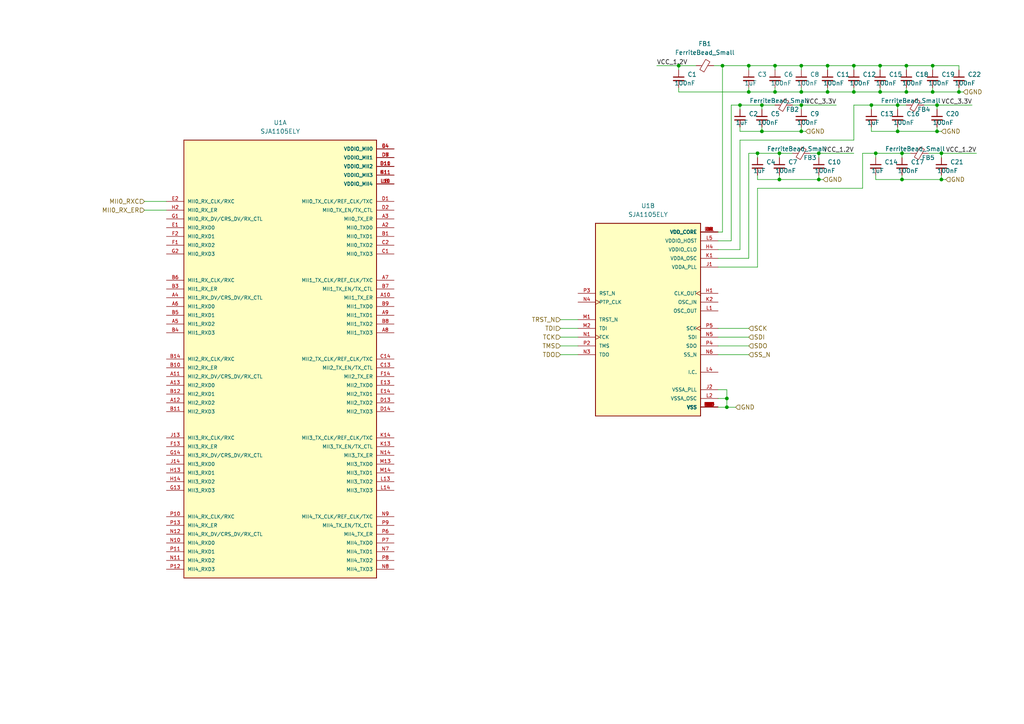
<source format=kicad_sch>
(kicad_sch (version 20211123) (generator eeschema)

  (uuid 494e215e-6e41-4df2-ae73-7f12ffdb3ca3)

  (paper "A4")

  (lib_symbols
    (symbol "Device:C_Small" (pin_numbers hide) (pin_names (offset 0.254) hide) (in_bom yes) (on_board yes)
      (property "Reference" "C" (id 0) (at 0.254 1.778 0)
        (effects (font (size 1.27 1.27)) (justify left))
      )
      (property "Value" "C_Small" (id 1) (at 0.254 -2.032 0)
        (effects (font (size 1.27 1.27)) (justify left))
      )
      (property "Footprint" "" (id 2) (at 0 0 0)
        (effects (font (size 1.27 1.27)) hide)
      )
      (property "Datasheet" "~" (id 3) (at 0 0 0)
        (effects (font (size 1.27 1.27)) hide)
      )
      (property "ki_keywords" "capacitor cap" (id 4) (at 0 0 0)
        (effects (font (size 1.27 1.27)) hide)
      )
      (property "ki_description" "Unpolarized capacitor, small symbol" (id 5) (at 0 0 0)
        (effects (font (size 1.27 1.27)) hide)
      )
      (property "ki_fp_filters" "C_*" (id 6) (at 0 0 0)
        (effects (font (size 1.27 1.27)) hide)
      )
      (symbol "C_Small_0_1"
        (polyline
          (pts
            (xy -1.524 -0.508)
            (xy 1.524 -0.508)
          )
          (stroke (width 0.3302) (type default) (color 0 0 0 0))
          (fill (type none))
        )
        (polyline
          (pts
            (xy -1.524 0.508)
            (xy 1.524 0.508)
          )
          (stroke (width 0.3048) (type default) (color 0 0 0 0))
          (fill (type none))
        )
      )
      (symbol "C_Small_1_1"
        (pin passive line (at 0 2.54 270) (length 2.032)
          (name "~" (effects (font (size 1.27 1.27))))
          (number "1" (effects (font (size 1.27 1.27))))
        )
        (pin passive line (at 0 -2.54 90) (length 2.032)
          (name "~" (effects (font (size 1.27 1.27))))
          (number "2" (effects (font (size 1.27 1.27))))
        )
      )
    )
    (symbol "Device:FerriteBead_Small" (pin_numbers hide) (pin_names (offset 0)) (in_bom yes) (on_board yes)
      (property "Reference" "FB" (id 0) (at 1.905 1.27 0)
        (effects (font (size 1.27 1.27)) (justify left))
      )
      (property "Value" "FerriteBead_Small" (id 1) (at 1.905 -1.27 0)
        (effects (font (size 1.27 1.27)) (justify left))
      )
      (property "Footprint" "" (id 2) (at -1.778 0 90)
        (effects (font (size 1.27 1.27)) hide)
      )
      (property "Datasheet" "~" (id 3) (at 0 0 0)
        (effects (font (size 1.27 1.27)) hide)
      )
      (property "ki_keywords" "L ferrite bead inductor filter" (id 4) (at 0 0 0)
        (effects (font (size 1.27 1.27)) hide)
      )
      (property "ki_description" "Ferrite bead, small symbol" (id 5) (at 0 0 0)
        (effects (font (size 1.27 1.27)) hide)
      )
      (property "ki_fp_filters" "Inductor_* L_* *Ferrite*" (id 6) (at 0 0 0)
        (effects (font (size 1.27 1.27)) hide)
      )
      (symbol "FerriteBead_Small_0_1"
        (polyline
          (pts
            (xy 0 -1.27)
            (xy 0 -0.7874)
          )
          (stroke (width 0) (type default) (color 0 0 0 0))
          (fill (type none))
        )
        (polyline
          (pts
            (xy 0 0.889)
            (xy 0 1.2954)
          )
          (stroke (width 0) (type default) (color 0 0 0 0))
          (fill (type none))
        )
        (polyline
          (pts
            (xy -1.8288 0.2794)
            (xy -1.1176 1.4986)
            (xy 1.8288 -0.2032)
            (xy 1.1176 -1.4224)
            (xy -1.8288 0.2794)
          )
          (stroke (width 0) (type default) (color 0 0 0 0))
          (fill (type none))
        )
      )
      (symbol "FerriteBead_Small_1_1"
        (pin passive line (at 0 2.54 270) (length 1.27)
          (name "~" (effects (font (size 1.27 1.27))))
          (number "1" (effects (font (size 1.27 1.27))))
        )
        (pin passive line (at 0 -2.54 90) (length 1.27)
          (name "~" (effects (font (size 1.27 1.27))))
          (number "2" (effects (font (size 1.27 1.27))))
        )
      )
    )
    (symbol "parts:SJA1105ELY" (pin_names (offset 1.016)) (in_bom yes) (on_board yes)
      (property "Reference" "U" (id 0) (at -27.94 64.262 0)
        (effects (font (size 1.27 1.27)) (justify left bottom))
      )
      (property "Value" "SJA1105ELY" (id 1) (at -27.94 -66.04 0)
        (effects (font (size 1.27 1.27)) (justify left bottom))
      )
      (property "Footprint" "BGA159C80P14X14_1200X1200X150N" (id 2) (at 0 0 0)
        (effects (font (size 1.27 1.27)) (justify bottom) hide)
      )
      (property "Datasheet" "" (id 3) (at 0 0 0)
        (effects (font (size 1.27 1.27)) hide)
      )
      (property "B_NOM" "0.45" (id 4) (at 0 0 0)
        (effects (font (size 1.27 1.27)) (justify bottom) hide)
      )
      (property "PIN_COLUMNS" "" (id 5) (at 0 0 0)
        (effects (font (size 1.27 1.27)) (justify bottom) hide)
      )
      (property "THERMAL_PAD" "" (id 6) (at 0 0 0)
        (effects (font (size 1.27 1.27)) (justify bottom) hide)
      )
      (property "BODY_DIAMETER" "" (id 7) (at 0 0 0)
        (effects (font (size 1.27 1.27)) (justify bottom) hide)
      )
      (property "A_MIN" "1.5" (id 8) (at 0 0 0)
        (effects (font (size 1.27 1.27)) (justify bottom) hide)
      )
      (property "PINS" "" (id 9) (at 0 0 0)
        (effects (font (size 1.27 1.27)) (justify bottom) hide)
      )
      (property "E_MIN" "12.0" (id 10) (at 0 0 0)
        (effects (font (size 1.27 1.27)) (justify bottom) hide)
      )
      (property "ALPHA_ROWS" "True" (id 11) (at 0 0 0)
        (effects (font (size 1.27 1.27)) (justify bottom) hide)
      )
      (property "BALL_COLUMNS" "" (id 12) (at 0 0 0)
        (effects (font (size 1.27 1.27)) (justify bottom) hide)
      )
      (property "D_MIN" "12.0" (id 13) (at 0 0 0)
        (effects (font (size 1.27 1.27)) (justify bottom) hide)
      )
      (property "ENOM" "0.8" (id 14) (at 0 0 0)
        (effects (font (size 1.27 1.27)) (justify bottom) hide)
      )
      (property "SNAPEDA_PACKAGE_ID" "" (id 15) (at 0 0 0)
        (effects (font (size 1.27 1.27)) (justify bottom) hide)
      )
      (property "D_MAX" "12.0" (id 16) (at 0 0 0)
        (effects (font (size 1.27 1.27)) (justify bottom) hide)
      )
      (property "D_NOM" "12.0" (id 17) (at 0 0 0)
        (effects (font (size 1.27 1.27)) (justify bottom) hide)
      )
      (property "PACKAGE_TYPE" "" (id 18) (at 0 0 0)
        (effects (font (size 1.27 1.27)) (justify bottom) hide)
      )
      (property "COLLAPSING_BALL" "True" (id 19) (at 0 0 0)
        (effects (font (size 1.27 1.27)) (justify bottom) hide)
      )
      (property "JEDEC" "" (id 20) (at 0 0 0)
        (effects (font (size 1.27 1.27)) (justify bottom) hide)
      )
      (property "EMAX" "" (id 21) (at 0 0 0)
        (effects (font (size 1.27 1.27)) (justify bottom) hide)
      )
      (property "BALL_ROWS" "" (id 22) (at 0 0 0)
        (effects (font (size 1.27 1.27)) (justify bottom) hide)
      )
      (property "E_NOM" "12.0" (id 23) (at 0 0 0)
        (effects (font (size 1.27 1.27)) (justify bottom) hide)
      )
      (property "A_NOM" "1.5" (id 24) (at 0 0 0)
        (effects (font (size 1.27 1.27)) (justify bottom) hide)
      )
      (property "STANDARD" "IPC 7351B" (id 25) (at 0 0 0)
        (effects (font (size 1.27 1.27)) (justify bottom) hide)
      )
      (property "EMIN" "" (id 26) (at 0 0 0)
        (effects (font (size 1.27 1.27)) (justify bottom) hide)
      )
      (property "PARTREV" "1" (id 27) (at 0 0 0)
        (effects (font (size 1.27 1.27)) (justify bottom) hide)
      )
      (property "A_MAX" "1.5" (id 28) (at 0 0 0)
        (effects (font (size 1.27 1.27)) (justify bottom) hide)
      )
      (property "E_MAX" "12.0" (id 29) (at 0 0 0)
        (effects (font (size 1.27 1.27)) (justify bottom) hide)
      )
      (property "DNOM" "0.8" (id 30) (at 0 0 0)
        (effects (font (size 1.27 1.27)) (justify bottom) hide)
      )
      (property "COURTYARD_EXCESS" "1.0" (id 31) (at 0 0 0)
        (effects (font (size 1.27 1.27)) (justify bottom) hide)
      )
      (property "DMAX" "" (id 32) (at 0 0 0)
        (effects (font (size 1.27 1.27)) (justify bottom) hide)
      )
      (property "DMIN" "" (id 33) (at 0 0 0)
        (effects (font (size 1.27 1.27)) (justify bottom) hide)
      )
      (property "MANUFACTURER" "NXP" (id 34) (at 0 0 0)
        (effects (font (size 1.27 1.27)) (justify bottom) hide)
      )
      (property "IPC" "" (id 35) (at 0 0 0)
        (effects (font (size 1.27 1.27)) (justify bottom) hide)
      )
      (property "VACANCIES" "" (id 36) (at 0 0 0)
        (effects (font (size 1.27 1.27)) (justify bottom) hide)
      )
      (property "PIN_COUNT_D" "14.0" (id 37) (at 0 0 0)
        (effects (font (size 1.27 1.27)) (justify bottom) hide)
      )
      (property "PIN_COUNT_E" "14.0" (id 38) (at 0 0 0)
        (effects (font (size 1.27 1.27)) (justify bottom) hide)
      )
      (symbol "SJA1105ELY_1_0"
        (rectangle (start -27.94 -63.5) (end 27.94 63.5)
          (stroke (width 0.254) (type default) (color 0 0 0 0))
          (fill (type background))
        )
        (pin output line (at 33.02 17.78 180) (length 5.08)
          (name "MII1_TX_ER" (effects (font (size 1.016 1.016))))
          (number "A10" (effects (font (size 1.016 1.016))))
        )
        (pin input line (at -33.02 -5.08 0) (length 5.08)
          (name "MII2_RX_DV/CRS_DV/RX_CTL" (effects (font (size 1.016 1.016))))
          (number "A11" (effects (font (size 1.016 1.016))))
        )
        (pin input line (at -33.02 -12.7 0) (length 5.08)
          (name "MII2_RXD2" (effects (font (size 1.016 1.016))))
          (number "A12" (effects (font (size 1.016 1.016))))
        )
        (pin input line (at -33.02 -7.62 0) (length 5.08)
          (name "MII2_RXD0" (effects (font (size 1.016 1.016))))
          (number "A13" (effects (font (size 1.016 1.016))))
        )
        (pin output line (at 33.02 38.1 180) (length 5.08)
          (name "MII0_TXD0" (effects (font (size 1.016 1.016))))
          (number "A2" (effects (font (size 1.016 1.016))))
        )
        (pin output line (at 33.02 40.64 180) (length 5.08)
          (name "MII0_TX_ER" (effects (font (size 1.016 1.016))))
          (number "A3" (effects (font (size 1.016 1.016))))
        )
        (pin input line (at -33.02 17.78 0) (length 5.08)
          (name "MII1_RX_DV/CRS_DV/RX_CTL" (effects (font (size 1.016 1.016))))
          (number "A4" (effects (font (size 1.016 1.016))))
        )
        (pin input line (at -33.02 10.16 0) (length 5.08)
          (name "MII1_RXD2" (effects (font (size 1.016 1.016))))
          (number "A5" (effects (font (size 1.016 1.016))))
        )
        (pin input line (at -33.02 15.24 0) (length 5.08)
          (name "MII1_RXD0" (effects (font (size 1.016 1.016))))
          (number "A6" (effects (font (size 1.016 1.016))))
        )
        (pin bidirectional line (at 33.02 22.86 180) (length 5.08)
          (name "MII1_TX_CLK/REF_CLK/TXC" (effects (font (size 1.016 1.016))))
          (number "A7" (effects (font (size 1.016 1.016))))
        )
        (pin output line (at 33.02 7.62 180) (length 5.08)
          (name "MII1_TXD3" (effects (font (size 1.016 1.016))))
          (number "A8" (effects (font (size 1.016 1.016))))
        )
        (pin output line (at 33.02 12.7 180) (length 5.08)
          (name "MII1_TXD1" (effects (font (size 1.016 1.016))))
          (number "A9" (effects (font (size 1.016 1.016))))
        )
        (pin output line (at 33.02 35.56 180) (length 5.08)
          (name "MII0_TXD1" (effects (font (size 1.016 1.016))))
          (number "B1" (effects (font (size 1.016 1.016))))
        )
        (pin input line (at -33.02 -2.54 0) (length 5.08)
          (name "MII2_RX_ER" (effects (font (size 1.016 1.016))))
          (number "B10" (effects (font (size 1.016 1.016))))
        )
        (pin input line (at -33.02 -15.24 0) (length 5.08)
          (name "MII2_RXD3" (effects (font (size 1.016 1.016))))
          (number "B11" (effects (font (size 1.016 1.016))))
        )
        (pin input line (at -33.02 -10.16 0) (length 5.08)
          (name "MII2_RXD1" (effects (font (size 1.016 1.016))))
          (number "B12" (effects (font (size 1.016 1.016))))
        )
        (pin bidirectional line (at -33.02 0 0) (length 5.08)
          (name "MII2_RX_CLK/RXC" (effects (font (size 1.016 1.016))))
          (number "B14" (effects (font (size 1.016 1.016))))
        )
        (pin input line (at -33.02 20.32 0) (length 5.08)
          (name "MII1_RX_ER" (effects (font (size 1.016 1.016))))
          (number "B3" (effects (font (size 1.016 1.016))))
        )
        (pin input line (at -33.02 7.62 0) (length 5.08)
          (name "MII1_RXD3" (effects (font (size 1.016 1.016))))
          (number "B4" (effects (font (size 1.016 1.016))))
        )
        (pin input line (at -33.02 12.7 0) (length 5.08)
          (name "MII1_RXD1" (effects (font (size 1.016 1.016))))
          (number "B5" (effects (font (size 1.016 1.016))))
        )
        (pin bidirectional line (at -33.02 22.86 0) (length 5.08)
          (name "MII1_RX_CLK/RXC" (effects (font (size 1.016 1.016))))
          (number "B6" (effects (font (size 1.016 1.016))))
        )
        (pin output line (at 33.02 20.32 180) (length 5.08)
          (name "MII1_TX_EN/TX_CTL" (effects (font (size 1.016 1.016))))
          (number "B7" (effects (font (size 1.016 1.016))))
        )
        (pin output line (at 33.02 10.16 180) (length 5.08)
          (name "MII1_TXD2" (effects (font (size 1.016 1.016))))
          (number "B8" (effects (font (size 1.016 1.016))))
        )
        (pin output line (at 33.02 15.24 180) (length 5.08)
          (name "MII1_TXD0" (effects (font (size 1.016 1.016))))
          (number "B9" (effects (font (size 1.016 1.016))))
        )
        (pin output line (at 33.02 30.48 180) (length 5.08)
          (name "MII0_TXD3" (effects (font (size 1.016 1.016))))
          (number "C1" (effects (font (size 1.016 1.016))))
        )
        (pin output line (at 33.02 -2.54 180) (length 5.08)
          (name "MII2_TX_EN/TX_CTL" (effects (font (size 1.016 1.016))))
          (number "C13" (effects (font (size 1.016 1.016))))
        )
        (pin bidirectional line (at 33.02 0 180) (length 5.08)
          (name "MII2_TX_CLK/REF_CLK/TXC" (effects (font (size 1.016 1.016))))
          (number "C14" (effects (font (size 1.016 1.016))))
        )
        (pin output line (at 33.02 33.02 180) (length 5.08)
          (name "MII0_TXD2" (effects (font (size 1.016 1.016))))
          (number "C2" (effects (font (size 1.016 1.016))))
        )
        (pin bidirectional line (at 33.02 45.72 180) (length 5.08)
          (name "MII0_TX_CLK/REF_CLK/TXC" (effects (font (size 1.016 1.016))))
          (number "D1" (effects (font (size 1.016 1.016))))
        )
        (pin power_in line (at 33.02 55.88 180) (length 5.08)
          (name "VDDIO_MII2" (effects (font (size 1.016 1.016))))
          (number "D10" (effects (font (size 1.016 1.016))))
        )
        (pin power_in line (at 33.02 55.88 180) (length 5.08)
          (name "VDDIO_MII2" (effects (font (size 1.016 1.016))))
          (number "D11" (effects (font (size 1.016 1.016))))
        )
        (pin output line (at 33.02 -12.7 180) (length 5.08)
          (name "MII2_TXD2" (effects (font (size 1.016 1.016))))
          (number "D13" (effects (font (size 1.016 1.016))))
        )
        (pin output line (at 33.02 -15.24 180) (length 5.08)
          (name "MII2_TXD3" (effects (font (size 1.016 1.016))))
          (number "D14" (effects (font (size 1.016 1.016))))
        )
        (pin output line (at 33.02 43.18 180) (length 5.08)
          (name "MII0_TX_EN/TX_CTL" (effects (font (size 1.016 1.016))))
          (number "D2" (effects (font (size 1.016 1.016))))
        )
        (pin power_in line (at 33.02 60.96 180) (length 5.08)
          (name "VDDIO_MII0" (effects (font (size 1.016 1.016))))
          (number "D4" (effects (font (size 1.016 1.016))))
        )
        (pin power_in line (at 33.02 58.42 180) (length 5.08)
          (name "VDDIO_MII1" (effects (font (size 1.016 1.016))))
          (number "D5" (effects (font (size 1.016 1.016))))
        )
        (pin power_in line (at 33.02 58.42 180) (length 5.08)
          (name "VDDIO_MII1" (effects (font (size 1.016 1.016))))
          (number "D7" (effects (font (size 1.016 1.016))))
        )
        (pin power_in line (at 33.02 58.42 180) (length 5.08)
          (name "VDDIO_MII1" (effects (font (size 1.016 1.016))))
          (number "D8" (effects (font (size 1.016 1.016))))
        )
        (pin input line (at -33.02 38.1 0) (length 5.08)
          (name "MII0_RXD0" (effects (font (size 1.016 1.016))))
          (number "E1" (effects (font (size 1.016 1.016))))
        )
        (pin power_in line (at 33.02 55.88 180) (length 5.08)
          (name "VDDIO_MII2" (effects (font (size 1.016 1.016))))
          (number "E11" (effects (font (size 1.016 1.016))))
        )
        (pin output line (at 33.02 -7.62 180) (length 5.08)
          (name "MII2_TXD0" (effects (font (size 1.016 1.016))))
          (number "E13" (effects (font (size 1.016 1.016))))
        )
        (pin output line (at 33.02 -10.16 180) (length 5.08)
          (name "MII2_TXD1" (effects (font (size 1.016 1.016))))
          (number "E14" (effects (font (size 1.016 1.016))))
        )
        (pin bidirectional line (at -33.02 45.72 0) (length 5.08)
          (name "MII0_RX_CLK/RXC" (effects (font (size 1.016 1.016))))
          (number "E2" (effects (font (size 1.016 1.016))))
        )
        (pin power_in line (at 33.02 60.96 180) (length 5.08)
          (name "VDDIO_MII0" (effects (font (size 1.016 1.016))))
          (number "E4" (effects (font (size 1.016 1.016))))
        )
        (pin input line (at -33.02 33.02 0) (length 5.08)
          (name "MII0_RXD2" (effects (font (size 1.016 1.016))))
          (number "F1" (effects (font (size 1.016 1.016))))
        )
        (pin input line (at -33.02 -25.4 0) (length 5.08)
          (name "MII3_RX_ER" (effects (font (size 1.016 1.016))))
          (number "F13" (effects (font (size 1.016 1.016))))
        )
        (pin output line (at 33.02 -5.08 180) (length 5.08)
          (name "MII2_TX_ER" (effects (font (size 1.016 1.016))))
          (number "F14" (effects (font (size 1.016 1.016))))
        )
        (pin input line (at -33.02 35.56 0) (length 5.08)
          (name "MII0_RXD1" (effects (font (size 1.016 1.016))))
          (number "F2" (effects (font (size 1.016 1.016))))
        )
        (pin input line (at -33.02 40.64 0) (length 5.08)
          (name "MII0_RX_DV/CRS_DV/RX_CTL" (effects (font (size 1.016 1.016))))
          (number "G1" (effects (font (size 1.016 1.016))))
        )
        (pin power_in line (at 33.02 53.34 180) (length 5.08)
          (name "VDDIO_MII3" (effects (font (size 1.016 1.016))))
          (number "G11" (effects (font (size 1.016 1.016))))
        )
        (pin input line (at -33.02 -38.1 0) (length 5.08)
          (name "MII3_RXD3" (effects (font (size 1.016 1.016))))
          (number "G13" (effects (font (size 1.016 1.016))))
        )
        (pin input line (at -33.02 -27.94 0) (length 5.08)
          (name "MII3_RX_DV/CRS_DV/RX_CTL" (effects (font (size 1.016 1.016))))
          (number "G14" (effects (font (size 1.016 1.016))))
        )
        (pin input line (at -33.02 30.48 0) (length 5.08)
          (name "MII0_RXD3" (effects (font (size 1.016 1.016))))
          (number "G2" (effects (font (size 1.016 1.016))))
        )
        (pin power_in line (at 33.02 60.96 180) (length 5.08)
          (name "VDDIO_MII0" (effects (font (size 1.016 1.016))))
          (number "G4" (effects (font (size 1.016 1.016))))
        )
        (pin power_in line (at 33.02 53.34 180) (length 5.08)
          (name "VDDIO_MII3" (effects (font (size 1.016 1.016))))
          (number "H11" (effects (font (size 1.016 1.016))))
        )
        (pin input line (at -33.02 -33.02 0) (length 5.08)
          (name "MII3_RXD1" (effects (font (size 1.016 1.016))))
          (number "H13" (effects (font (size 1.016 1.016))))
        )
        (pin input line (at -33.02 -35.56 0) (length 5.08)
          (name "MII3_RXD2" (effects (font (size 1.016 1.016))))
          (number "H14" (effects (font (size 1.016 1.016))))
        )
        (pin input line (at -33.02 43.18 0) (length 5.08)
          (name "MII0_RX_ER" (effects (font (size 1.016 1.016))))
          (number "H2" (effects (font (size 1.016 1.016))))
        )
        (pin bidirectional line (at -33.02 -22.86 0) (length 5.08)
          (name "MII3_RX_CLK/RXC" (effects (font (size 1.016 1.016))))
          (number "J13" (effects (font (size 1.016 1.016))))
        )
        (pin input line (at -33.02 -30.48 0) (length 5.08)
          (name "MII3_RXD0" (effects (font (size 1.016 1.016))))
          (number "J14" (effects (font (size 1.016 1.016))))
        )
        (pin power_in line (at 33.02 53.34 180) (length 5.08)
          (name "VDDIO_MII3" (effects (font (size 1.016 1.016))))
          (number "K11" (effects (font (size 1.016 1.016))))
        )
        (pin output line (at 33.02 -25.4 180) (length 5.08)
          (name "MII3_TX_EN/TX_CTL" (effects (font (size 1.016 1.016))))
          (number "K13" (effects (font (size 1.016 1.016))))
        )
        (pin bidirectional line (at 33.02 -22.86 180) (length 5.08)
          (name "MII3_TX_CLK/REF_CLK/TXC" (effects (font (size 1.016 1.016))))
          (number "K14" (effects (font (size 1.016 1.016))))
        )
        (pin power_in line (at 33.02 50.8 180) (length 5.08)
          (name "VDDIO_MII4" (effects (font (size 1.016 1.016))))
          (number "L10" (effects (font (size 1.016 1.016))))
        )
        (pin power_in line (at 33.02 50.8 180) (length 5.08)
          (name "VDDIO_MII4" (effects (font (size 1.016 1.016))))
          (number "L11" (effects (font (size 1.016 1.016))))
        )
        (pin output line (at 33.02 -35.56 180) (length 5.08)
          (name "MII3_TXD2" (effects (font (size 1.016 1.016))))
          (number "L13" (effects (font (size 1.016 1.016))))
        )
        (pin output line (at 33.02 -38.1 180) (length 5.08)
          (name "MII3_TXD3" (effects (font (size 1.016 1.016))))
          (number "L14" (effects (font (size 1.016 1.016))))
        )
        (pin power_in line (at 33.02 50.8 180) (length 5.08)
          (name "VDDIO_MII4" (effects (font (size 1.016 1.016))))
          (number "L8" (effects (font (size 1.016 1.016))))
        )
        (pin output line (at 33.02 -30.48 180) (length 5.08)
          (name "MII3_TXD0" (effects (font (size 1.016 1.016))))
          (number "M13" (effects (font (size 1.016 1.016))))
        )
        (pin output line (at 33.02 -33.02 180) (length 5.08)
          (name "MII3_TXD1" (effects (font (size 1.016 1.016))))
          (number "M14" (effects (font (size 1.016 1.016))))
        )
        (pin input line (at -33.02 -53.34 0) (length 5.08)
          (name "MII4_RXD0" (effects (font (size 1.016 1.016))))
          (number "N10" (effects (font (size 1.016 1.016))))
        )
        (pin input line (at -33.02 -58.42 0) (length 5.08)
          (name "MII4_RXD2" (effects (font (size 1.016 1.016))))
          (number "N11" (effects (font (size 1.016 1.016))))
        )
        (pin input line (at -33.02 -50.8 0) (length 5.08)
          (name "MII4_RX_DV/CRS_DV/RX_CTL" (effects (font (size 1.016 1.016))))
          (number "N12" (effects (font (size 1.016 1.016))))
        )
        (pin output line (at 33.02 -27.94 180) (length 5.08)
          (name "MII3_TX_ER" (effects (font (size 1.016 1.016))))
          (number "N14" (effects (font (size 1.016 1.016))))
        )
        (pin output line (at 33.02 -55.88 180) (length 5.08)
          (name "MII4_TXD1" (effects (font (size 1.016 1.016))))
          (number "N7" (effects (font (size 1.016 1.016))))
        )
        (pin output line (at 33.02 -60.96 180) (length 5.08)
          (name "MII4_TXD3" (effects (font (size 1.016 1.016))))
          (number "N8" (effects (font (size 1.016 1.016))))
        )
        (pin bidirectional line (at 33.02 -45.72 180) (length 5.08)
          (name "MII4_TX_CLK/REF_CLK/TXC" (effects (font (size 1.016 1.016))))
          (number "N9" (effects (font (size 1.016 1.016))))
        )
        (pin bidirectional line (at -33.02 -45.72 0) (length 5.08)
          (name "MII4_RX_CLK/RXC" (effects (font (size 1.016 1.016))))
          (number "P10" (effects (font (size 1.016 1.016))))
        )
        (pin input line (at -33.02 -55.88 0) (length 5.08)
          (name "MII4_RXD1" (effects (font (size 1.016 1.016))))
          (number "P11" (effects (font (size 1.016 1.016))))
        )
        (pin input line (at -33.02 -60.96 0) (length 5.08)
          (name "MII4_RXD3" (effects (font (size 1.016 1.016))))
          (number "P12" (effects (font (size 1.016 1.016))))
        )
        (pin input line (at -33.02 -48.26 0) (length 5.08)
          (name "MII4_RX_ER" (effects (font (size 1.016 1.016))))
          (number "P13" (effects (font (size 1.016 1.016))))
        )
        (pin output line (at 33.02 -50.8 180) (length 5.08)
          (name "MII4_TX_ER" (effects (font (size 1.016 1.016))))
          (number "P6" (effects (font (size 1.016 1.016))))
        )
        (pin output line (at 33.02 -53.34 180) (length 5.08)
          (name "MII4_TXD0" (effects (font (size 1.016 1.016))))
          (number "P7" (effects (font (size 1.016 1.016))))
        )
        (pin output line (at 33.02 -58.42 180) (length 5.08)
          (name "MII4_TXD2" (effects (font (size 1.016 1.016))))
          (number "P8" (effects (font (size 1.016 1.016))))
        )
        (pin output line (at 33.02 -48.26 180) (length 5.08)
          (name "MII4_TX_EN/TX_CTL" (effects (font (size 1.016 1.016))))
          (number "P9" (effects (font (size 1.016 1.016))))
        )
      )
      (symbol "SJA1105ELY_2_0"
        (rectangle (start -15.24 -27.94) (end 15.24 27.94)
          (stroke (width 0.254) (type default) (color 0 0 0 0))
          (fill (type background))
        )
        (pin power_in line (at 20.32 -25.4 180) (length 5.08)
          (name "VSS" (effects (font (size 1.016 1.016))))
          (number "A1" (effects (font (size 1.016 1.016))))
        )
        (pin power_in line (at 20.32 -25.4 180) (length 5.08)
          (name "VSS" (effects (font (size 1.016 1.016))))
          (number "A14" (effects (font (size 1.016 1.016))))
        )
        (pin power_in line (at 20.32 -25.4 180) (length 5.08)
          (name "VSS" (effects (font (size 1.016 1.016))))
          (number "B13" (effects (font (size 1.016 1.016))))
        )
        (pin power_in line (at 20.32 25.4 180) (length 5.08)
          (name "VDD_CORE" (effects (font (size 1.016 1.016))))
          (number "D6" (effects (font (size 1.016 1.016))))
        )
        (pin power_in line (at 20.32 25.4 180) (length 5.08)
          (name "VDD_CORE" (effects (font (size 1.016 1.016))))
          (number "D9" (effects (font (size 1.016 1.016))))
        )
        (pin power_in line (at 20.32 -25.4 180) (length 5.08)
          (name "VSS" (effects (font (size 1.016 1.016))))
          (number "E10" (effects (font (size 1.016 1.016))))
        )
        (pin power_in line (at 20.32 -25.4 180) (length 5.08)
          (name "VSS" (effects (font (size 1.016 1.016))))
          (number "E5" (effects (font (size 1.016 1.016))))
        )
        (pin power_in line (at 20.32 -25.4 180) (length 5.08)
          (name "VSS" (effects (font (size 1.016 1.016))))
          (number "E6" (effects (font (size 1.016 1.016))))
        )
        (pin power_in line (at 20.32 -25.4 180) (length 5.08)
          (name "VSS" (effects (font (size 1.016 1.016))))
          (number "E7" (effects (font (size 1.016 1.016))))
        )
        (pin power_in line (at 20.32 -25.4 180) (length 5.08)
          (name "VSS" (effects (font (size 1.016 1.016))))
          (number "E8" (effects (font (size 1.016 1.016))))
        )
        (pin power_in line (at 20.32 -25.4 180) (length 5.08)
          (name "VSS" (effects (font (size 1.016 1.016))))
          (number "E9" (effects (font (size 1.016 1.016))))
        )
        (pin power_in line (at 20.32 -25.4 180) (length 5.08)
          (name "VSS" (effects (font (size 1.016 1.016))))
          (number "F10" (effects (font (size 1.016 1.016))))
        )
        (pin power_in line (at 20.32 25.4 180) (length 5.08)
          (name "VDD_CORE" (effects (font (size 1.016 1.016))))
          (number "F11" (effects (font (size 1.016 1.016))))
        )
        (pin power_in line (at 20.32 25.4 180) (length 5.08)
          (name "VDD_CORE" (effects (font (size 1.016 1.016))))
          (number "F4" (effects (font (size 1.016 1.016))))
        )
        (pin power_in line (at 20.32 -25.4 180) (length 5.08)
          (name "VSS" (effects (font (size 1.016 1.016))))
          (number "F5" (effects (font (size 1.016 1.016))))
        )
        (pin power_in line (at 20.32 -25.4 180) (length 5.08)
          (name "VSS" (effects (font (size 1.016 1.016))))
          (number "F6" (effects (font (size 1.016 1.016))))
        )
        (pin power_in line (at 20.32 -25.4 180) (length 5.08)
          (name "VSS" (effects (font (size 1.016 1.016))))
          (number "F7" (effects (font (size 1.016 1.016))))
        )
        (pin power_in line (at 20.32 -25.4 180) (length 5.08)
          (name "VSS" (effects (font (size 1.016 1.016))))
          (number "F8" (effects (font (size 1.016 1.016))))
        )
        (pin power_in line (at 20.32 -25.4 180) (length 5.08)
          (name "VSS" (effects (font (size 1.016 1.016))))
          (number "F9" (effects (font (size 1.016 1.016))))
        )
        (pin power_in line (at 20.32 -25.4 180) (length 5.08)
          (name "VSS" (effects (font (size 1.016 1.016))))
          (number "G10" (effects (font (size 1.016 1.016))))
        )
        (pin power_in line (at 20.32 -25.4 180) (length 5.08)
          (name "VSS" (effects (font (size 1.016 1.016))))
          (number "G5" (effects (font (size 1.016 1.016))))
        )
        (pin power_in line (at 20.32 -25.4 180) (length 5.08)
          (name "VSS" (effects (font (size 1.016 1.016))))
          (number "G6" (effects (font (size 1.016 1.016))))
        )
        (pin power_in line (at 20.32 -25.4 180) (length 5.08)
          (name "VSS" (effects (font (size 1.016 1.016))))
          (number "G7" (effects (font (size 1.016 1.016))))
        )
        (pin power_in line (at 20.32 -25.4 180) (length 5.08)
          (name "VSS" (effects (font (size 1.016 1.016))))
          (number "G8" (effects (font (size 1.016 1.016))))
        )
        (pin power_in line (at 20.32 -25.4 180) (length 5.08)
          (name "VSS" (effects (font (size 1.016 1.016))))
          (number "G9" (effects (font (size 1.016 1.016))))
        )
        (pin output clock (at 20.32 7.62 180) (length 5.08)
          (name "CLK_OUT" (effects (font (size 1.016 1.016))))
          (number "H1" (effects (font (size 1.016 1.016))))
        )
        (pin power_in line (at 20.32 -25.4 180) (length 5.08)
          (name "VSS" (effects (font (size 1.016 1.016))))
          (number "H10" (effects (font (size 1.016 1.016))))
        )
        (pin power_in line (at 20.32 20.32 180) (length 5.08)
          (name "VDDIO_CLO" (effects (font (size 1.016 1.016))))
          (number "H4" (effects (font (size 1.016 1.016))))
        )
        (pin power_in line (at 20.32 -25.4 180) (length 5.08)
          (name "VSS" (effects (font (size 1.016 1.016))))
          (number "H5" (effects (font (size 1.016 1.016))))
        )
        (pin power_in line (at 20.32 -25.4 180) (length 5.08)
          (name "VSS" (effects (font (size 1.016 1.016))))
          (number "H6" (effects (font (size 1.016 1.016))))
        )
        (pin power_in line (at 20.32 -25.4 180) (length 5.08)
          (name "VSS" (effects (font (size 1.016 1.016))))
          (number "H7" (effects (font (size 1.016 1.016))))
        )
        (pin power_in line (at 20.32 -25.4 180) (length 5.08)
          (name "VSS" (effects (font (size 1.016 1.016))))
          (number "H8" (effects (font (size 1.016 1.016))))
        )
        (pin power_in line (at 20.32 -25.4 180) (length 5.08)
          (name "VSS" (effects (font (size 1.016 1.016))))
          (number "H9" (effects (font (size 1.016 1.016))))
        )
        (pin power_in line (at 20.32 15.24 180) (length 5.08)
          (name "VDDA_PLL" (effects (font (size 1.016 1.016))))
          (number "J1" (effects (font (size 1.016 1.016))))
        )
        (pin power_in line (at 20.32 -25.4 180) (length 5.08)
          (name "VSS" (effects (font (size 1.016 1.016))))
          (number "J10" (effects (font (size 1.016 1.016))))
        )
        (pin power_in line (at 20.32 25.4 180) (length 5.08)
          (name "VDD_CORE" (effects (font (size 1.016 1.016))))
          (number "J11" (effects (font (size 1.016 1.016))))
        )
        (pin power_in line (at 20.32 -20.32 180) (length 5.08)
          (name "VSSA_PLL" (effects (font (size 1.016 1.016))))
          (number "J2" (effects (font (size 1.016 1.016))))
        )
        (pin power_in line (at 20.32 25.4 180) (length 5.08)
          (name "VDD_CORE" (effects (font (size 1.016 1.016))))
          (number "J4" (effects (font (size 1.016 1.016))))
        )
        (pin power_in line (at 20.32 -25.4 180) (length 5.08)
          (name "VSS" (effects (font (size 1.016 1.016))))
          (number "J5" (effects (font (size 1.016 1.016))))
        )
        (pin power_in line (at 20.32 -25.4 180) (length 5.08)
          (name "VSS" (effects (font (size 1.016 1.016))))
          (number "J6" (effects (font (size 1.016 1.016))))
        )
        (pin power_in line (at 20.32 -25.4 180) (length 5.08)
          (name "VSS" (effects (font (size 1.016 1.016))))
          (number "J7" (effects (font (size 1.016 1.016))))
        )
        (pin power_in line (at 20.32 -25.4 180) (length 5.08)
          (name "VSS" (effects (font (size 1.016 1.016))))
          (number "J8" (effects (font (size 1.016 1.016))))
        )
        (pin power_in line (at 20.32 -25.4 180) (length 5.08)
          (name "VSS" (effects (font (size 1.016 1.016))))
          (number "J9" (effects (font (size 1.016 1.016))))
        )
        (pin power_in line (at 20.32 17.78 180) (length 5.08)
          (name "VDDA_OSC" (effects (font (size 1.016 1.016))))
          (number "K1" (effects (font (size 1.016 1.016))))
        )
        (pin power_in line (at 20.32 -25.4 180) (length 5.08)
          (name "VSS" (effects (font (size 1.016 1.016))))
          (number "K10" (effects (font (size 1.016 1.016))))
        )
        (pin input line (at 20.32 5.08 180) (length 5.08)
          (name "OSC_IN" (effects (font (size 1.016 1.016))))
          (number "K2" (effects (font (size 1.016 1.016))))
        )
        (pin power_in line (at 20.32 -25.4 180) (length 5.08)
          (name "VSS" (effects (font (size 1.016 1.016))))
          (number "K4" (effects (font (size 1.016 1.016))))
        )
        (pin power_in line (at 20.32 -25.4 180) (length 5.08)
          (name "VSS" (effects (font (size 1.016 1.016))))
          (number "K5" (effects (font (size 1.016 1.016))))
        )
        (pin power_in line (at 20.32 -25.4 180) (length 5.08)
          (name "VSS" (effects (font (size 1.016 1.016))))
          (number "K6" (effects (font (size 1.016 1.016))))
        )
        (pin power_in line (at 20.32 -25.4 180) (length 5.08)
          (name "VSS" (effects (font (size 1.016 1.016))))
          (number "K7" (effects (font (size 1.016 1.016))))
        )
        (pin power_in line (at 20.32 -25.4 180) (length 5.08)
          (name "VSS" (effects (font (size 1.016 1.016))))
          (number "K8" (effects (font (size 1.016 1.016))))
        )
        (pin power_in line (at 20.32 -25.4 180) (length 5.08)
          (name "VSS" (effects (font (size 1.016 1.016))))
          (number "K9" (effects (font (size 1.016 1.016))))
        )
        (pin output line (at 20.32 2.54 180) (length 5.08)
          (name "OSC_OUT" (effects (font (size 1.016 1.016))))
          (number "L1" (effects (font (size 1.016 1.016))))
        )
        (pin power_in line (at 20.32 -22.86 180) (length 5.08)
          (name "VSSA_OSC" (effects (font (size 1.016 1.016))))
          (number "L2" (effects (font (size 1.016 1.016))))
        )
        (pin passive line (at 20.32 -15.24 180) (length 5.08)
          (name "I.C." (effects (font (size 1.016 1.016))))
          (number "L4" (effects (font (size 1.016 1.016))))
        )
        (pin power_in line (at 20.32 22.86 180) (length 5.08)
          (name "VDDIO_HOST" (effects (font (size 1.016 1.016))))
          (number "L5" (effects (font (size 1.016 1.016))))
        )
        (pin power_in line (at 20.32 25.4 180) (length 5.08)
          (name "VDD_CORE" (effects (font (size 1.016 1.016))))
          (number "L6" (effects (font (size 1.016 1.016))))
        )
        (pin power_in line (at 20.32 -25.4 180) (length 5.08)
          (name "VSS" (effects (font (size 1.016 1.016))))
          (number "L7" (effects (font (size 1.016 1.016))))
        )
        (pin power_in line (at 20.32 25.4 180) (length 5.08)
          (name "VDD_CORE" (effects (font (size 1.016 1.016))))
          (number "L9" (effects (font (size 1.016 1.016))))
        )
        (pin input line (at -20.32 0 0) (length 5.08)
          (name "TRST_N" (effects (font (size 1.016 1.016))))
          (number "M1" (effects (font (size 1.016 1.016))))
        )
        (pin input line (at -20.32 -2.54 0) (length 5.08)
          (name "TDI" (effects (font (size 1.016 1.016))))
          (number "M2" (effects (font (size 1.016 1.016))))
        )
        (pin input clock (at -20.32 -5.08 0) (length 5.08)
          (name "TCK" (effects (font (size 1.016 1.016))))
          (number "N1" (effects (font (size 1.016 1.016))))
        )
        (pin power_in line (at 20.32 -25.4 180) (length 5.08)
          (name "VSS" (effects (font (size 1.016 1.016))))
          (number "N13" (effects (font (size 1.016 1.016))))
        )
        (pin power_in line (at 20.32 -25.4 180) (length 5.08)
          (name "VSS" (effects (font (size 1.016 1.016))))
          (number "N2" (effects (font (size 1.016 1.016))))
        )
        (pin output line (at -20.32 -10.16 0) (length 5.08)
          (name "TDO" (effects (font (size 1.016 1.016))))
          (number "N3" (effects (font (size 1.016 1.016))))
        )
        (pin output clock (at -20.32 5.08 0) (length 5.08)
          (name "PTP_CLK" (effects (font (size 1.016 1.016))))
          (number "N4" (effects (font (size 1.016 1.016))))
        )
        (pin input line (at 20.32 -5.08 180) (length 5.08)
          (name "SDI" (effects (font (size 1.016 1.016))))
          (number "N5" (effects (font (size 1.016 1.016))))
        )
        (pin input line (at 20.32 -10.16 180) (length 5.08)
          (name "SS_N" (effects (font (size 1.016 1.016))))
          (number "N6" (effects (font (size 1.016 1.016))))
        )
        (pin power_in line (at 20.32 -25.4 180) (length 5.08)
          (name "VSS" (effects (font (size 1.016 1.016))))
          (number "P1" (effects (font (size 1.016 1.016))))
        )
        (pin power_in line (at 20.32 -25.4 180) (length 5.08)
          (name "VSS" (effects (font (size 1.016 1.016))))
          (number "P14" (effects (font (size 1.016 1.016))))
        )
        (pin input line (at -20.32 -7.62 0) (length 5.08)
          (name "TMS" (effects (font (size 1.016 1.016))))
          (number "P2" (effects (font (size 1.016 1.016))))
        )
        (pin input line (at -20.32 7.62 0) (length 5.08)
          (name "RST_N" (effects (font (size 1.016 1.016))))
          (number "P3" (effects (font (size 1.016 1.016))))
        )
        (pin output line (at 20.32 -7.62 180) (length 5.08)
          (name "SDO" (effects (font (size 1.016 1.016))))
          (number "P4" (effects (font (size 1.016 1.016))))
        )
        (pin input clock (at 20.32 -2.54 180) (length 5.08)
          (name "SCK" (effects (font (size 1.016 1.016))))
          (number "P5" (effects (font (size 1.016 1.016))))
        )
      )
    )
  )

  (junction (at 255.27 19.05) (diameter 0) (color 0 0 0 0)
    (uuid 084b0ed6-ba85-4196-bb23-12b7a03c8f0b)
  )
  (junction (at 237.49 52.07) (diameter 0) (color 0 0 0 0)
    (uuid 11fa2e05-fed0-405c-8f07-ee4fff470aac)
  )
  (junction (at 240.03 19.05) (diameter 0) (color 0 0 0 0)
    (uuid 12349727-e73d-4236-ba8c-81670ce32762)
  )
  (junction (at 209.55 19.05) (diameter 0) (color 0 0 0 0)
    (uuid 2979466e-5970-4da9-9aaa-0ce3e71954c3)
  )
  (junction (at 262.89 26.67) (diameter 0) (color 0 0 0 0)
    (uuid 2aac640e-bb42-4b94-acd7-4709d95e5d39)
  )
  (junction (at 219.71 44.45) (diameter 0) (color 0 0 0 0)
    (uuid 2e47835d-5105-4091-a1dc-0c0728777e8c)
  )
  (junction (at 271.78 30.48) (diameter 0) (color 0 0 0 0)
    (uuid 40e15333-543e-42e7-929d-59918ada90c8)
  )
  (junction (at 232.41 26.67) (diameter 0) (color 0 0 0 0)
    (uuid 4e22dc08-d065-4ca4-8e40-fd5fa5775dbc)
  )
  (junction (at 220.98 38.1) (diameter 0) (color 0 0 0 0)
    (uuid 57f249eb-1001-4cf7-a269-792d2b64f799)
  )
  (junction (at 270.51 26.67) (diameter 0) (color 0 0 0 0)
    (uuid 5c852021-616b-44f7-9c24-fca91151668d)
  )
  (junction (at 196.85 19.05) (diameter 0) (color 0 0 0 0)
    (uuid 6026f335-cda9-4613-812e-b8138cf061ce)
  )
  (junction (at 214.63 30.48) (diameter 0) (color 0 0 0 0)
    (uuid 62a7ea1e-5850-4e7e-9028-0401d8fc2df8)
  )
  (junction (at 247.65 26.67) (diameter 0) (color 0 0 0 0)
    (uuid 636fc6cf-c776-4620-ac0f-b00f6b56beb7)
  )
  (junction (at 262.89 19.05) (diameter 0) (color 0 0 0 0)
    (uuid 64104c69-73f0-4274-ba90-0d014546794f)
  )
  (junction (at 260.35 38.1) (diameter 0) (color 0 0 0 0)
    (uuid 6de3a730-9e65-43ca-b95d-7a5c3809b9f0)
  )
  (junction (at 247.65 19.05) (diameter 0) (color 0 0 0 0)
    (uuid 713680e2-4f67-46d9-ba62-59b9378477a7)
  )
  (junction (at 273.05 44.45) (diameter 0) (color 0 0 0 0)
    (uuid 82840624-e2a0-45c9-b194-fd2a852c00f4)
  )
  (junction (at 226.06 44.45) (diameter 0) (color 0 0 0 0)
    (uuid 8593e628-a7ad-4a55-a267-c5d21484fc52)
  )
  (junction (at 255.27 26.67) (diameter 0) (color 0 0 0 0)
    (uuid 91582477-2c3c-4271-a44e-dd4cf3ceefd4)
  )
  (junction (at 261.62 52.07) (diameter 0) (color 0 0 0 0)
    (uuid 92e5d3d0-634b-4dbf-851f-df6518e85558)
  )
  (junction (at 217.17 19.05) (diameter 0) (color 0 0 0 0)
    (uuid 933ea6e2-a1eb-4625-9878-f4ad91363ddb)
  )
  (junction (at 217.17 26.67) (diameter 0) (color 0 0 0 0)
    (uuid 9ce587cb-c909-40d6-acc8-8c4125ced881)
  )
  (junction (at 232.41 30.48) (diameter 0) (color 0 0 0 0)
    (uuid a21904ad-ba17-4cec-b091-8e083f71377b)
  )
  (junction (at 252.73 30.48) (diameter 0) (color 0 0 0 0)
    (uuid a2ddf1b7-d11d-4349-ac4c-02463c973260)
  )
  (junction (at 271.78 38.1) (diameter 0) (color 0 0 0 0)
    (uuid aa823e4c-8f58-4cb6-8537-ebe1c5343e27)
  )
  (junction (at 240.03 26.67) (diameter 0) (color 0 0 0 0)
    (uuid aaf02295-f1d1-4927-93d2-d1c82a86f323)
  )
  (junction (at 260.35 30.48) (diameter 0) (color 0 0 0 0)
    (uuid b02b5c0f-5081-481c-b5d6-9ec3fafc9bae)
  )
  (junction (at 224.79 19.05) (diameter 0) (color 0 0 0 0)
    (uuid cf847f22-9f8f-4050-a3f7-bcc0b05c19ab)
  )
  (junction (at 261.62 44.45) (diameter 0) (color 0 0 0 0)
    (uuid d8400586-bbc0-4288-af62-68508e4e2560)
  )
  (junction (at 232.41 38.1) (diameter 0) (color 0 0 0 0)
    (uuid d88b0715-4062-4516-8424-cc4edcf2b5ab)
  )
  (junction (at 226.06 52.07) (diameter 0) (color 0 0 0 0)
    (uuid d8e3f771-8c9f-41e3-87d1-c648d28cbd67)
  )
  (junction (at 220.98 30.48) (diameter 0) (color 0 0 0 0)
    (uuid deedbbfd-916b-4010-a20f-d027dfdb10b6)
  )
  (junction (at 224.79 26.67) (diameter 0) (color 0 0 0 0)
    (uuid e06edd31-d455-4b07-b7cd-bf242cf95056)
  )
  (junction (at 210.82 115.57) (diameter 0) (color 0 0 0 0)
    (uuid e077c1ef-e03f-4aec-832c-e4d03f9aa8b1)
  )
  (junction (at 237.49 44.45) (diameter 0) (color 0 0 0 0)
    (uuid e1d0421c-8327-4642-b969-5a156c7e1898)
  )
  (junction (at 254 44.45) (diameter 0) (color 0 0 0 0)
    (uuid e732350b-71f9-4c34-b7b4-d147ab93ef7b)
  )
  (junction (at 270.51 19.05) (diameter 0) (color 0 0 0 0)
    (uuid e8ea5cdf-8165-4a89-9a34-e3db0155543a)
  )
  (junction (at 273.05 52.07) (diameter 0) (color 0 0 0 0)
    (uuid ec5f6b53-de01-4a74-a5a4-30ac23f82e50)
  )
  (junction (at 210.82 118.11) (diameter 0) (color 0 0 0 0)
    (uuid f9e69256-0a55-4ae4-b541-1a9ea1006e8e)
  )
  (junction (at 278.13 26.67) (diameter 0) (color 0 0 0 0)
    (uuid fccffccf-8e01-42f6-b174-dc727ec2f737)
  )
  (junction (at 232.41 19.05) (diameter 0) (color 0 0 0 0)
    (uuid fdc62858-7da8-4a2c-b0e5-e189bb845a57)
  )

  (wire (pts (xy 232.41 38.1) (xy 233.68 38.1))
    (stroke (width 0) (type default) (color 0 0 0 0))
    (uuid 002e1619-217f-477c-96de-becf3aaf115c)
  )
  (wire (pts (xy 247.65 19.05) (xy 247.65 20.32))
    (stroke (width 0) (type default) (color 0 0 0 0))
    (uuid 03a7fb39-251d-4217-85f3-6b22cc43bb46)
  )
  (wire (pts (xy 219.71 52.07) (xy 226.06 52.07))
    (stroke (width 0) (type default) (color 0 0 0 0))
    (uuid 06102eac-5366-4795-b06f-00f2e5dd328d)
  )
  (wire (pts (xy 232.41 30.48) (xy 242.57 30.48))
    (stroke (width 0) (type default) (color 0 0 0 0))
    (uuid 075dd82e-46f7-49f9-b03a-e6621f8da579)
  )
  (wire (pts (xy 247.65 30.48) (xy 247.65 40.64))
    (stroke (width 0) (type default) (color 0 0 0 0))
    (uuid 0de2fd36-c603-46ff-9799-16849df058fe)
  )
  (wire (pts (xy 254 44.45) (xy 261.62 44.45))
    (stroke (width 0) (type default) (color 0 0 0 0))
    (uuid 0df2a0d5-6b68-4c55-9e72-b0ee5e4f956e)
  )
  (wire (pts (xy 254 50.8) (xy 254 52.07))
    (stroke (width 0) (type default) (color 0 0 0 0))
    (uuid 0f72de47-5682-4cde-8f3d-38d05a3f2f0e)
  )
  (wire (pts (xy 254 45.72) (xy 254 44.45))
    (stroke (width 0) (type default) (color 0 0 0 0))
    (uuid 10646ae2-35b8-481b-a0e0-9e75d0cafb1b)
  )
  (wire (pts (xy 260.35 38.1) (xy 271.78 38.1))
    (stroke (width 0) (type default) (color 0 0 0 0))
    (uuid 17c96399-670b-4ae9-b2c5-50f791ec2f07)
  )
  (wire (pts (xy 209.55 19.05) (xy 217.17 19.05))
    (stroke (width 0) (type default) (color 0 0 0 0))
    (uuid 19d3058b-4a91-4898-a821-b65d3435624f)
  )
  (wire (pts (xy 260.35 30.48) (xy 260.35 31.75))
    (stroke (width 0) (type default) (color 0 0 0 0))
    (uuid 1be4e12c-2cca-4ac6-a8aa-c0ea3787bec8)
  )
  (wire (pts (xy 240.03 25.4) (xy 240.03 26.67))
    (stroke (width 0) (type default) (color 0 0 0 0))
    (uuid 1c79007f-9e16-4ffa-bd35-012a1ce0bf8a)
  )
  (wire (pts (xy 262.89 19.05) (xy 262.89 20.32))
    (stroke (width 0) (type default) (color 0 0 0 0))
    (uuid 1e2b18e5-ba84-410b-8a11-4576c6be9d8d)
  )
  (wire (pts (xy 240.03 19.05) (xy 240.03 20.32))
    (stroke (width 0) (type default) (color 0 0 0 0))
    (uuid 1fe7817e-e952-4e06-8600-c7f0dd04cc0e)
  )
  (wire (pts (xy 247.65 19.05) (xy 255.27 19.05))
    (stroke (width 0) (type default) (color 0 0 0 0))
    (uuid 21d8ff58-7808-4cb6-b9d4-1fbff1611dfc)
  )
  (wire (pts (xy 207.01 19.05) (xy 209.55 19.05))
    (stroke (width 0) (type default) (color 0 0 0 0))
    (uuid 237df09b-dc8c-49d0-8980-4c36f3461f59)
  )
  (wire (pts (xy 261.62 44.45) (xy 261.62 45.72))
    (stroke (width 0) (type default) (color 0 0 0 0))
    (uuid 241065a8-2d65-4d07-b67c-bae3ff5edc7d)
  )
  (wire (pts (xy 252.73 30.48) (xy 260.35 30.48))
    (stroke (width 0) (type default) (color 0 0 0 0))
    (uuid 2aea36f2-b921-423b-aee7-b8335326c5a7)
  )
  (wire (pts (xy 260.35 30.48) (xy 262.89 30.48))
    (stroke (width 0) (type default) (color 0 0 0 0))
    (uuid 2b12b56c-db67-4a00-8752-f021cb71a3ee)
  )
  (wire (pts (xy 208.28 102.87) (xy 217.17 102.87))
    (stroke (width 0) (type default) (color 0 0 0 0))
    (uuid 31dd59eb-0b59-404c-aab8-fa5f8724f6a2)
  )
  (wire (pts (xy 252.73 30.48) (xy 247.65 30.48))
    (stroke (width 0) (type default) (color 0 0 0 0))
    (uuid 32aae442-5327-479a-b1e0-c3291af2913b)
  )
  (wire (pts (xy 232.41 19.05) (xy 232.41 20.32))
    (stroke (width 0) (type default) (color 0 0 0 0))
    (uuid 32ad4a16-7307-4669-85cb-b32715e1f715)
  )
  (wire (pts (xy 267.97 30.48) (xy 271.78 30.48))
    (stroke (width 0) (type default) (color 0 0 0 0))
    (uuid 374ea26e-215b-49a7-b98c-ba5954bcda94)
  )
  (wire (pts (xy 234.95 44.45) (xy 237.49 44.45))
    (stroke (width 0) (type default) (color 0 0 0 0))
    (uuid 37548d29-9e3c-4261-8ed7-3c542af44f62)
  )
  (wire (pts (xy 262.89 26.67) (xy 270.51 26.67))
    (stroke (width 0) (type default) (color 0 0 0 0))
    (uuid 38075b7e-343c-4917-96f6-296adb38e836)
  )
  (wire (pts (xy 214.63 72.39) (xy 208.28 72.39))
    (stroke (width 0) (type default) (color 0 0 0 0))
    (uuid 3bba3a71-14d4-4322-b426-552b1aa4cda2)
  )
  (wire (pts (xy 232.41 19.05) (xy 240.03 19.05))
    (stroke (width 0) (type default) (color 0 0 0 0))
    (uuid 3d5d9573-66a3-499f-a1c2-53351e86c552)
  )
  (wire (pts (xy 250.19 54.61) (xy 219.71 54.61))
    (stroke (width 0) (type default) (color 0 0 0 0))
    (uuid 44c50ea8-789d-4b41-9459-66e96a4998aa)
  )
  (wire (pts (xy 278.13 26.67) (xy 278.13 25.4))
    (stroke (width 0) (type default) (color 0 0 0 0))
    (uuid 46486141-80a8-4ec7-9eec-45e90249cf17)
  )
  (wire (pts (xy 271.78 30.48) (xy 281.94 30.48))
    (stroke (width 0) (type default) (color 0 0 0 0))
    (uuid 4878c7e3-af2a-4e13-ade6-ba0006671de7)
  )
  (wire (pts (xy 273.05 52.07) (xy 274.32 52.07))
    (stroke (width 0) (type default) (color 0 0 0 0))
    (uuid 487f2da3-61de-4ce0-8a98-a7a3a0478e70)
  )
  (wire (pts (xy 226.06 44.45) (xy 229.87 44.45))
    (stroke (width 0) (type default) (color 0 0 0 0))
    (uuid 4d6305a1-bdb1-476f-bfbf-b28cfe6c6543)
  )
  (wire (pts (xy 271.78 30.48) (xy 271.78 31.75))
    (stroke (width 0) (type default) (color 0 0 0 0))
    (uuid 4e7a6fa0-0b47-458c-85b6-9ef1d2738c9a)
  )
  (wire (pts (xy 162.56 95.25) (xy 167.64 95.25))
    (stroke (width 0) (type default) (color 0 0 0 0))
    (uuid 4eba147e-43b0-4d25-9a5f-1ee5d8bd1bf2)
  )
  (wire (pts (xy 270.51 19.05) (xy 270.51 20.32))
    (stroke (width 0) (type default) (color 0 0 0 0))
    (uuid 4f72dd38-f919-4caa-97f9-80f867143b17)
  )
  (wire (pts (xy 261.62 44.45) (xy 264.16 44.45))
    (stroke (width 0) (type default) (color 0 0 0 0))
    (uuid 50d4efe6-00ac-4959-bb9c-02408a4f662b)
  )
  (wire (pts (xy 217.17 26.67) (xy 196.85 26.67))
    (stroke (width 0) (type default) (color 0 0 0 0))
    (uuid 529c1dd9-1d12-48ef-a6ca-c0cbc6e59d7f)
  )
  (wire (pts (xy 208.28 115.57) (xy 210.82 115.57))
    (stroke (width 0) (type default) (color 0 0 0 0))
    (uuid 5446633b-37d3-48d0-9c41-41f8ed88a3c9)
  )
  (wire (pts (xy 247.65 26.67) (xy 255.27 26.67))
    (stroke (width 0) (type default) (color 0 0 0 0))
    (uuid 54c33881-18aa-4e85-9b89-21c5ac11284a)
  )
  (wire (pts (xy 219.71 44.45) (xy 217.17 44.45))
    (stroke (width 0) (type default) (color 0 0 0 0))
    (uuid 55d551a8-a10b-4ede-8568-a9f05894e827)
  )
  (wire (pts (xy 224.79 19.05) (xy 224.79 20.32))
    (stroke (width 0) (type default) (color 0 0 0 0))
    (uuid 57d8aae9-82f5-4057-80fe-654a35b18216)
  )
  (wire (pts (xy 217.17 25.4) (xy 217.17 26.67))
    (stroke (width 0) (type default) (color 0 0 0 0))
    (uuid 5823a05b-81b4-4877-b171-be87c3d8e802)
  )
  (wire (pts (xy 278.13 19.05) (xy 278.13 20.32))
    (stroke (width 0) (type default) (color 0 0 0 0))
    (uuid 595ddf12-436a-4e01-84c4-27c471e39157)
  )
  (wire (pts (xy 237.49 44.45) (xy 247.65 44.45))
    (stroke (width 0) (type default) (color 0 0 0 0))
    (uuid 5c0df4ee-dc92-4318-8c1a-a855488c7501)
  )
  (wire (pts (xy 270.51 25.4) (xy 270.51 26.67))
    (stroke (width 0) (type default) (color 0 0 0 0))
    (uuid 5c559377-b596-4558-929a-44cf0c01e6aa)
  )
  (wire (pts (xy 237.49 44.45) (xy 237.49 45.72))
    (stroke (width 0) (type default) (color 0 0 0 0))
    (uuid 5fa8bc4c-0906-41b6-9ee7-256a151168d5)
  )
  (wire (pts (xy 226.06 50.8) (xy 226.06 52.07))
    (stroke (width 0) (type default) (color 0 0 0 0))
    (uuid 6183df43-84dc-4f82-a89e-bb6fb734bfaa)
  )
  (wire (pts (xy 271.78 38.1) (xy 273.05 38.1))
    (stroke (width 0) (type default) (color 0 0 0 0))
    (uuid 62ed957c-b436-4abf-a1f8-c1506df58b0b)
  )
  (wire (pts (xy 217.17 20.32) (xy 217.17 19.05))
    (stroke (width 0) (type default) (color 0 0 0 0))
    (uuid 6310110a-6764-4e09-a737-1bde5acdbcdd)
  )
  (wire (pts (xy 214.63 30.48) (xy 220.98 30.48))
    (stroke (width 0) (type default) (color 0 0 0 0))
    (uuid 646cac22-71aa-4fbd-a7a4-416f442d7dfb)
  )
  (wire (pts (xy 208.28 77.47) (xy 219.71 77.47))
    (stroke (width 0) (type default) (color 0 0 0 0))
    (uuid 692c35ec-316a-4bf8-b588-395776f8bdc6)
  )
  (wire (pts (xy 226.06 44.45) (xy 226.06 45.72))
    (stroke (width 0) (type default) (color 0 0 0 0))
    (uuid 69d609f8-dad8-4a04-8a0d-92cafbc1484d)
  )
  (wire (pts (xy 252.73 31.75) (xy 252.73 30.48))
    (stroke (width 0) (type default) (color 0 0 0 0))
    (uuid 6acce578-5772-4839-a74b-7a9c22d6636d)
  )
  (wire (pts (xy 210.82 118.11) (xy 213.36 118.11))
    (stroke (width 0) (type default) (color 0 0 0 0))
    (uuid 6de96369-d129-4f4c-86c9-4222cac3370b)
  )
  (wire (pts (xy 261.62 50.8) (xy 261.62 52.07))
    (stroke (width 0) (type default) (color 0 0 0 0))
    (uuid 6efa43b8-cadf-4e83-8d65-eaf04b0ee595)
  )
  (wire (pts (xy 220.98 36.83) (xy 220.98 38.1))
    (stroke (width 0) (type default) (color 0 0 0 0))
    (uuid 6faca48d-8eaa-422a-b8b2-b01f227fcc32)
  )
  (wire (pts (xy 212.09 69.85) (xy 208.28 69.85))
    (stroke (width 0) (type default) (color 0 0 0 0))
    (uuid 705f20c2-3e32-4f65-9bde-60a9ac175c7b)
  )
  (wire (pts (xy 219.71 50.8) (xy 219.71 52.07))
    (stroke (width 0) (type default) (color 0 0 0 0))
    (uuid 78baa3a5-f080-4223-9e4c-fc2b7228d0c9)
  )
  (wire (pts (xy 240.03 26.67) (xy 247.65 26.67))
    (stroke (width 0) (type default) (color 0 0 0 0))
    (uuid 7af9c12d-1b68-4c45-b267-fcbd71665ed7)
  )
  (wire (pts (xy 210.82 115.57) (xy 210.82 118.11))
    (stroke (width 0) (type default) (color 0 0 0 0))
    (uuid 7b98caaf-19ae-450c-b9cf-1a16f043a224)
  )
  (wire (pts (xy 162.56 100.33) (xy 167.64 100.33))
    (stroke (width 0) (type default) (color 0 0 0 0))
    (uuid 7c124380-8ac6-4d92-a8e5-ebb10fd4fa54)
  )
  (wire (pts (xy 162.56 102.87) (xy 167.64 102.87))
    (stroke (width 0) (type default) (color 0 0 0 0))
    (uuid 7d106f4a-6cef-4a0c-93c9-ef39db3c9a27)
  )
  (wire (pts (xy 214.63 36.83) (xy 214.63 38.1))
    (stroke (width 0) (type default) (color 0 0 0 0))
    (uuid 7d175984-d841-452b-a40a-b962771e12a6)
  )
  (wire (pts (xy 214.63 38.1) (xy 220.98 38.1))
    (stroke (width 0) (type default) (color 0 0 0 0))
    (uuid 7e1e04a6-28a0-4c8c-b088-7dcf4ff72061)
  )
  (wire (pts (xy 237.49 50.8) (xy 237.49 52.07))
    (stroke (width 0) (type default) (color 0 0 0 0))
    (uuid 83d26298-ce03-450a-88d9-1dcd96b92114)
  )
  (wire (pts (xy 255.27 19.05) (xy 262.89 19.05))
    (stroke (width 0) (type default) (color 0 0 0 0))
    (uuid 8431b361-36e3-497b-b652-a49cdb0c3814)
  )
  (wire (pts (xy 254 52.07) (xy 261.62 52.07))
    (stroke (width 0) (type default) (color 0 0 0 0))
    (uuid 844ee58a-f67f-4c5d-8dad-5a02c514f95a)
  )
  (wire (pts (xy 224.79 19.05) (xy 232.41 19.05))
    (stroke (width 0) (type default) (color 0 0 0 0))
    (uuid 8478b695-e431-439b-a4cb-a91924cdd4be)
  )
  (wire (pts (xy 162.56 97.79) (xy 167.64 97.79))
    (stroke (width 0) (type default) (color 0 0 0 0))
    (uuid 8b607efe-f3cc-43fe-8093-2d8ec580d03c)
  )
  (wire (pts (xy 262.89 19.05) (xy 270.51 19.05))
    (stroke (width 0) (type default) (color 0 0 0 0))
    (uuid 8b6251be-15fb-488d-aee3-eb89992e7940)
  )
  (wire (pts (xy 208.28 67.31) (xy 209.55 67.31))
    (stroke (width 0) (type default) (color 0 0 0 0))
    (uuid 8d08e63b-d9c4-4ce2-b964-a78dbde5a3fd)
  )
  (wire (pts (xy 210.82 118.11) (xy 208.28 118.11))
    (stroke (width 0) (type default) (color 0 0 0 0))
    (uuid 9139ba3c-0f3f-47ce-9c45-e8903d1700bf)
  )
  (wire (pts (xy 224.79 25.4) (xy 224.79 26.67))
    (stroke (width 0) (type default) (color 0 0 0 0))
    (uuid 9401513e-afb7-448b-80b2-86bcf9449d84)
  )
  (wire (pts (xy 214.63 31.75) (xy 214.63 30.48))
    (stroke (width 0) (type default) (color 0 0 0 0))
    (uuid 94164c91-2eec-4e18-8427-923374351207)
  )
  (wire (pts (xy 219.71 54.61) (xy 219.71 77.47))
    (stroke (width 0) (type default) (color 0 0 0 0))
    (uuid 9898ce6f-3c42-4ba8-afdc-d0f354525d15)
  )
  (wire (pts (xy 217.17 44.45) (xy 217.17 74.93))
    (stroke (width 0) (type default) (color 0 0 0 0))
    (uuid 9a46bc65-783a-48f0-a5f5-9c07de22af68)
  )
  (wire (pts (xy 255.27 19.05) (xy 255.27 20.32))
    (stroke (width 0) (type default) (color 0 0 0 0))
    (uuid 9af5de28-d383-4e7a-8ef9-b056d4fb27a5)
  )
  (wire (pts (xy 270.51 19.05) (xy 278.13 19.05))
    (stroke (width 0) (type default) (color 0 0 0 0))
    (uuid 9dc42a43-4a6f-4d90-a3dc-9add26576500)
  )
  (wire (pts (xy 217.17 19.05) (xy 224.79 19.05))
    (stroke (width 0) (type default) (color 0 0 0 0))
    (uuid 9dfc5961-7cf9-49e1-bacd-f394b6b7f504)
  )
  (wire (pts (xy 232.41 25.4) (xy 232.41 26.67))
    (stroke (width 0) (type default) (color 0 0 0 0))
    (uuid 9e3349f3-07f7-4bcd-b51b-acdfceba463d)
  )
  (wire (pts (xy 271.78 36.83) (xy 271.78 38.1))
    (stroke (width 0) (type default) (color 0 0 0 0))
    (uuid 9f3223fb-8718-4398-beb0-3e26c67f7fd9)
  )
  (wire (pts (xy 247.65 40.64) (xy 214.63 40.64))
    (stroke (width 0) (type default) (color 0 0 0 0))
    (uuid a3d1c133-6d3a-4fc5-8fee-30d3235f2215)
  )
  (wire (pts (xy 214.63 30.48) (xy 212.09 30.48))
    (stroke (width 0) (type default) (color 0 0 0 0))
    (uuid a538353d-4453-4dbf-924f-b46878d15e34)
  )
  (wire (pts (xy 224.79 26.67) (xy 232.41 26.67))
    (stroke (width 0) (type default) (color 0 0 0 0))
    (uuid a61f87e7-7dfd-4287-9871-9bfe5c4275a1)
  )
  (wire (pts (xy 247.65 25.4) (xy 247.65 26.67))
    (stroke (width 0) (type default) (color 0 0 0 0))
    (uuid a691f6b6-e262-414c-9e6a-24f7c659ed30)
  )
  (wire (pts (xy 208.28 95.25) (xy 217.17 95.25))
    (stroke (width 0) (type default) (color 0 0 0 0))
    (uuid a77e5fdd-c660-43a3-922d-b1c5363fcddc)
  )
  (wire (pts (xy 220.98 38.1) (xy 232.41 38.1))
    (stroke (width 0) (type default) (color 0 0 0 0))
    (uuid a920515f-2963-4c26-8360-7db12417ae1e)
  )
  (wire (pts (xy 210.82 113.03) (xy 210.82 115.57))
    (stroke (width 0) (type default) (color 0 0 0 0))
    (uuid a9bffe7d-ba24-463f-a4eb-34332827530b)
  )
  (wire (pts (xy 254 44.45) (xy 250.19 44.45))
    (stroke (width 0) (type default) (color 0 0 0 0))
    (uuid ac86d138-6adc-4018-a5c9-29fc08bfd189)
  )
  (wire (pts (xy 255.27 25.4) (xy 255.27 26.67))
    (stroke (width 0) (type default) (color 0 0 0 0))
    (uuid ad6a114f-09bc-4b59-a713-1aeddb4fce5a)
  )
  (wire (pts (xy 273.05 44.45) (xy 273.05 45.72))
    (stroke (width 0) (type default) (color 0 0 0 0))
    (uuid b0bc2c1f-e240-46d3-81f6-96695840119d)
  )
  (wire (pts (xy 240.03 19.05) (xy 247.65 19.05))
    (stroke (width 0) (type default) (color 0 0 0 0))
    (uuid b30d4724-a81d-4963-8ba8-357811347913)
  )
  (wire (pts (xy 220.98 30.48) (xy 220.98 31.75))
    (stroke (width 0) (type default) (color 0 0 0 0))
    (uuid b39d9611-be4b-4664-9f85-e74683d3d3f1)
  )
  (wire (pts (xy 212.09 30.48) (xy 212.09 69.85))
    (stroke (width 0) (type default) (color 0 0 0 0))
    (uuid b3fb0129-52be-426b-80ba-11f1caecf4aa)
  )
  (wire (pts (xy 226.06 52.07) (xy 237.49 52.07))
    (stroke (width 0) (type default) (color 0 0 0 0))
    (uuid b457bfe0-f5ca-447f-b2a4-7323da59e2d8)
  )
  (wire (pts (xy 217.17 26.67) (xy 224.79 26.67))
    (stroke (width 0) (type default) (color 0 0 0 0))
    (uuid b8b61077-ce04-40a0-8c9b-6fbd14ec6588)
  )
  (wire (pts (xy 41.91 58.42) (xy 48.26 58.42))
    (stroke (width 0) (type default) (color 0 0 0 0))
    (uuid b9ff2ae7-b94f-4e85-b7da-927fba261142)
  )
  (wire (pts (xy 41.91 60.96) (xy 48.26 60.96))
    (stroke (width 0) (type default) (color 0 0 0 0))
    (uuid bb74be31-c090-439e-b684-e352ade39d6a)
  )
  (wire (pts (xy 261.62 52.07) (xy 273.05 52.07))
    (stroke (width 0) (type default) (color 0 0 0 0))
    (uuid bf825d16-b9ff-494f-adc0-09c675a414a7)
  )
  (wire (pts (xy 270.51 26.67) (xy 278.13 26.67))
    (stroke (width 0) (type default) (color 0 0 0 0))
    (uuid c2e95f4f-a71a-4353-ae1a-58a34cfdf9f2)
  )
  (wire (pts (xy 273.05 44.45) (xy 283.21 44.45))
    (stroke (width 0) (type default) (color 0 0 0 0))
    (uuid c42e6bfb-1e00-4ed9-8a8d-1de7a5c1fe04)
  )
  (wire (pts (xy 262.89 25.4) (xy 262.89 26.67))
    (stroke (width 0) (type default) (color 0 0 0 0))
    (uuid c7f1362e-b6a8-4e6a-9822-1386a1679d8b)
  )
  (wire (pts (xy 214.63 40.64) (xy 214.63 72.39))
    (stroke (width 0) (type default) (color 0 0 0 0))
    (uuid c83b5c84-fe7e-4fac-9785-ec17d99b77c4)
  )
  (wire (pts (xy 269.24 44.45) (xy 273.05 44.45))
    (stroke (width 0) (type default) (color 0 0 0 0))
    (uuid ca1ee3a9-8903-4db4-be2e-084307e539a8)
  )
  (wire (pts (xy 208.28 97.79) (xy 217.17 97.79))
    (stroke (width 0) (type default) (color 0 0 0 0))
    (uuid d14a1faf-fe2f-42bd-9fc6-92f3248d34c8)
  )
  (wire (pts (xy 196.85 19.05) (xy 201.93 19.05))
    (stroke (width 0) (type default) (color 0 0 0 0))
    (uuid d21ea3fd-c1d6-4d4d-92ee-c17a092078fa)
  )
  (wire (pts (xy 255.27 26.67) (xy 262.89 26.67))
    (stroke (width 0) (type default) (color 0 0 0 0))
    (uuid d3232479-a330-4aa6-a68d-ef3d09ab5541)
  )
  (wire (pts (xy 250.19 44.45) (xy 250.19 54.61))
    (stroke (width 0) (type default) (color 0 0 0 0))
    (uuid d36f9ad6-6a9e-48ad-9167-87bfc351de99)
  )
  (wire (pts (xy 273.05 50.8) (xy 273.05 52.07))
    (stroke (width 0) (type default) (color 0 0 0 0))
    (uuid d6b27fb1-ebf0-4666-957a-e43aeeb89dc9)
  )
  (wire (pts (xy 252.73 38.1) (xy 260.35 38.1))
    (stroke (width 0) (type default) (color 0 0 0 0))
    (uuid d6ea49a5-6f23-44d6-b634-86931861aeaa)
  )
  (wire (pts (xy 208.28 100.33) (xy 217.17 100.33))
    (stroke (width 0) (type default) (color 0 0 0 0))
    (uuid d810de5d-2117-43b2-86a4-06345fe3b03d)
  )
  (wire (pts (xy 229.87 30.48) (xy 232.41 30.48))
    (stroke (width 0) (type default) (color 0 0 0 0))
    (uuid dc9653f8-22e1-41d8-bfb0-57e76e887963)
  )
  (wire (pts (xy 209.55 67.31) (xy 209.55 19.05))
    (stroke (width 0) (type default) (color 0 0 0 0))
    (uuid e1f6919d-5737-4952-84e1-8754f6c5d624)
  )
  (wire (pts (xy 219.71 45.72) (xy 219.71 44.45))
    (stroke (width 0) (type default) (color 0 0 0 0))
    (uuid e20e68b5-cddc-4538-8eb3-8c0b8c7ad697)
  )
  (wire (pts (xy 219.71 44.45) (xy 226.06 44.45))
    (stroke (width 0) (type default) (color 0 0 0 0))
    (uuid e5662d81-929b-442f-a856-7eb63741e9bf)
  )
  (wire (pts (xy 252.73 36.83) (xy 252.73 38.1))
    (stroke (width 0) (type default) (color 0 0 0 0))
    (uuid e58559ce-c500-49bc-be21-e9d73cf0b9d1)
  )
  (wire (pts (xy 260.35 36.83) (xy 260.35 38.1))
    (stroke (width 0) (type default) (color 0 0 0 0))
    (uuid e7647882-dede-4995-862c-5eccc36a7545)
  )
  (wire (pts (xy 208.28 113.03) (xy 210.82 113.03))
    (stroke (width 0) (type default) (color 0 0 0 0))
    (uuid e944baff-34c9-4fde-9fb9-0f5eeb3dd1c0)
  )
  (wire (pts (xy 208.28 74.93) (xy 217.17 74.93))
    (stroke (width 0) (type default) (color 0 0 0 0))
    (uuid eb238de3-0550-4313-95cd-b7295ea3da3b)
  )
  (wire (pts (xy 232.41 36.83) (xy 232.41 38.1))
    (stroke (width 0) (type default) (color 0 0 0 0))
    (uuid ed4e3a9d-0401-4e06-a994-f864ed23c7c2)
  )
  (wire (pts (xy 237.49 52.07) (xy 238.76 52.07))
    (stroke (width 0) (type default) (color 0 0 0 0))
    (uuid f625e143-ef14-4880-a804-6585b76aa07b)
  )
  (wire (pts (xy 190.5 19.05) (xy 196.85 19.05))
    (stroke (width 0) (type default) (color 0 0 0 0))
    (uuid f95c2795-1063-4b28-8dc3-282b26fe048f)
  )
  (wire (pts (xy 232.41 26.67) (xy 240.03 26.67))
    (stroke (width 0) (type default) (color 0 0 0 0))
    (uuid f98fac04-32c4-443d-a276-08561a4a1b7a)
  )
  (wire (pts (xy 278.13 26.67) (xy 279.4 26.67))
    (stroke (width 0) (type default) (color 0 0 0 0))
    (uuid fa6e00dc-f4d4-49f3-87b3-c1fb4dfb6846)
  )
  (wire (pts (xy 196.85 20.32) (xy 196.85 19.05))
    (stroke (width 0) (type default) (color 0 0 0 0))
    (uuid fb94a3dd-8b5f-4c6c-b052-c8e5cee203ad)
  )
  (wire (pts (xy 220.98 30.48) (xy 224.79 30.48))
    (stroke (width 0) (type default) (color 0 0 0 0))
    (uuid fbf5e92c-24ff-483d-9f89-16f32ea0d750)
  )
  (wire (pts (xy 162.56 92.71) (xy 167.64 92.71))
    (stroke (width 0) (type default) (color 0 0 0 0))
    (uuid fc441a27-ee32-4d84-897a-f33cd48c7a69)
  )
  (wire (pts (xy 232.41 30.48) (xy 232.41 31.75))
    (stroke (width 0) (type default) (color 0 0 0 0))
    (uuid fcdc70f2-18e9-4c04-8af2-9783f4fb52c3)
  )
  (wire (pts (xy 196.85 26.67) (xy 196.85 25.4))
    (stroke (width 0) (type default) (color 0 0 0 0))
    (uuid fd4efcda-a2a4-4a69-ad19-ee26cfef37c4)
  )

  (label "VCC_3.3V" (at 242.57 30.48 180)
    (effects (font (size 1.27 1.27)) (justify right bottom))
    (uuid 0ecaf879-426a-4b35-b92f-30215ea6a924)
  )
  (label "VCC_1.2V" (at 283.21 44.45 180)
    (effects (font (size 1.27 1.27)) (justify right bottom))
    (uuid a6875ecd-1c76-40c5-8141-6ac15dbf6e8c)
  )
  (label "VCC_3.3V" (at 281.94 30.48 180)
    (effects (font (size 1.27 1.27)) (justify right bottom))
    (uuid b46116ca-c2b3-45d0-ba21-7d1ee2d6f2ec)
  )
  (label "VCC_1.2V" (at 247.65 44.45 180)
    (effects (font (size 1.27 1.27)) (justify right bottom))
    (uuid c517b71e-fba4-4468-9219-f7aad0f198e3)
  )
  (label "VCC_1.2V" (at 190.5 19.05 0)
    (effects (font (size 1.27 1.27)) (justify left bottom))
    (uuid dfab1737-e5c9-45cb-b39b-935bd9648bad)
  )

  (hierarchical_label "GND" (shape input) (at 279.4 26.67 0)
    (effects (font (size 1.27 1.27)) (justify left))
    (uuid 0a226a80-760d-4dc8-b4fc-75c984ef4558)
  )
  (hierarchical_label "TMS" (shape input) (at 162.56 100.33 180)
    (effects (font (size 1.27 1.27)) (justify right))
    (uuid 10ca33e4-4314-4fa2-9786-62af69bd2214)
  )
  (hierarchical_label "MII0_RXC" (shape input) (at 41.91 58.42 180)
    (effects (font (size 1.27 1.27)) (justify right))
    (uuid 18699b75-ada9-4d45-a336-c40713c77a0d)
  )
  (hierarchical_label "SS_N" (shape input) (at 217.17 102.87 0)
    (effects (font (size 1.27 1.27)) (justify left))
    (uuid 26375530-2a5d-4750-84ea-6ae32dfed56f)
  )
  (hierarchical_label "SCK" (shape input) (at 217.17 95.25 0)
    (effects (font (size 1.27 1.27)) (justify left))
    (uuid 2e8fd99c-5d44-4d48-83a6-cca7155167b0)
  )
  (hierarchical_label "GND" (shape input) (at 238.76 52.07 0)
    (effects (font (size 1.27 1.27)) (justify left))
    (uuid 35a4836a-1c50-44b3-8bde-88446a6c62d1)
  )
  (hierarchical_label "TDO" (shape input) (at 162.56 102.87 180)
    (effects (font (size 1.27 1.27)) (justify right))
    (uuid 38d7b6f5-5633-42d4-ba12-31fff217e0de)
  )
  (hierarchical_label "SDO" (shape input) (at 217.17 100.33 0)
    (effects (font (size 1.27 1.27)) (justify left))
    (uuid 55e51579-28ad-4e07-bc8f-f774c2e2cb9f)
  )
  (hierarchical_label "GND" (shape input) (at 233.68 38.1 0)
    (effects (font (size 1.27 1.27)) (justify left))
    (uuid 730f35e5-b95e-41a9-9de1-3b83f8d6698d)
  )
  (hierarchical_label "MII0_RX_ER" (shape input) (at 41.91 60.96 180)
    (effects (font (size 1.27 1.27)) (justify right))
    (uuid 8e52f1e9-282c-4ec2-b933-3ed4c314fea7)
  )
  (hierarchical_label "GND" (shape input) (at 273.05 38.1 0)
    (effects (font (size 1.27 1.27)) (justify left))
    (uuid 95a8391d-f37d-42ab-99fe-dff90052f529)
  )
  (hierarchical_label "TCK" (shape input) (at 162.56 97.79 180)
    (effects (font (size 1.27 1.27)) (justify right))
    (uuid 9a33950a-b1eb-47aa-81fc-a1fd3b1fef14)
  )
  (hierarchical_label "TDI" (shape input) (at 162.56 95.25 180)
    (effects (font (size 1.27 1.27)) (justify right))
    (uuid b4af6205-ee33-46a2-931f-fe060d03cf11)
  )
  (hierarchical_label "GND" (shape input) (at 213.36 118.11 0)
    (effects (font (size 1.27 1.27)) (justify left))
    (uuid bb82d832-d62f-4125-a9b4-a50218ef18ba)
  )
  (hierarchical_label "SDI" (shape input) (at 217.17 97.79 0)
    (effects (font (size 1.27 1.27)) (justify left))
    (uuid d9d07911-6ade-42b9-9600-631598c8ab26)
  )
  (hierarchical_label "TRST_N" (shape input) (at 162.56 92.71 180)
    (effects (font (size 1.27 1.27)) (justify right))
    (uuid e0923610-aaa2-4dd2-bad1-cf10c9716ab5)
  )
  (hierarchical_label "GND" (shape input) (at 274.32 52.07 0)
    (effects (font (size 1.27 1.27)) (justify left))
    (uuid f108ad3a-99b6-46f5-a9cc-6043024fe790)
  )

  (symbol (lib_id "Device:C_Small") (at 224.79 22.86 0) (unit 1)
    (in_bom yes) (on_board yes)
    (uuid 23a9e7f3-ca33-446f-a354-b7ee94652904)
    (property "Reference" "C6" (id 0) (at 227.33 21.5962 0)
      (effects (font (size 1.27 1.27)) (justify left))
    )
    (property "Value" "100nF" (id 1) (at 223.52 24.13 0)
      (effects (font (size 1.27 1.27)) (justify left))
    )
    (property "Footprint" "Capacitor_SMD:C_0402_1005Metric_Pad0.74x0.62mm_HandSolder" (id 2) (at 224.79 22.86 0)
      (effects (font (size 1.27 1.27)) hide)
    )
    (property "Datasheet" "~" (id 3) (at 224.79 22.86 0)
      (effects (font (size 1.27 1.27)) hide)
    )
    (pin "1" (uuid 233d3cf5-ec1f-41b9-9e01-8a6293a6415d))
    (pin "2" (uuid 7ffd2088-a73e-4cf0-83ef-07451f0d587b))
  )

  (symbol (lib_id "Device:FerriteBead_Small") (at 232.41 44.45 90) (unit 1)
    (in_bom yes) (on_board yes)
    (uuid 25d195e9-7c36-4dbb-aa18-37c9c6b2344c)
    (property "Reference" "FB3" (id 0) (at 234.95 45.72 90))
    (property "Value" "FerriteBead_Small" (id 1) (at 231.14 43.18 90))
    (property "Footprint" "" (id 2) (at 232.41 46.228 90)
      (effects (font (size 1.27 1.27)) hide)
    )
    (property "Datasheet" "~" (id 3) (at 232.41 44.45 0)
      (effects (font (size 1.27 1.27)) hide)
    )
    (pin "1" (uuid f7294b9f-4a55-4db2-b1f6-0d885b7c0df7))
    (pin "2" (uuid fbffec49-aaf8-47d9-8df9-df9ccc06f648))
  )

  (symbol (lib_id "Device:C_Small") (at 220.98 34.29 0) (unit 1)
    (in_bom yes) (on_board yes)
    (uuid 26008bb7-a11e-4126-b294-1688b2b3d1f0)
    (property "Reference" "C5" (id 0) (at 223.52 33.0262 0)
      (effects (font (size 1.27 1.27)) (justify left))
    )
    (property "Value" "100nF" (id 1) (at 219.71 35.56 0)
      (effects (font (size 1.27 1.27)) (justify left))
    )
    (property "Footprint" "Capacitor_SMD:C_0402_1005Metric_Pad0.74x0.62mm_HandSolder" (id 2) (at 220.98 34.29 0)
      (effects (font (size 1.27 1.27)) hide)
    )
    (property "Datasheet" "~" (id 3) (at 220.98 34.29 0)
      (effects (font (size 1.27 1.27)) hide)
    )
    (pin "1" (uuid cf4758a0-0951-4a1c-95e7-21777afe3b53))
    (pin "2" (uuid 66266825-9b2e-4c3a-8dd6-222df865039b))
  )

  (symbol (lib_id "Device:C_Small") (at 255.27 22.86 0) (unit 1)
    (in_bom yes) (on_board yes)
    (uuid 313f0954-a76f-4233-b917-45f4f767fe12)
    (property "Reference" "C15" (id 0) (at 257.81 21.5962 0)
      (effects (font (size 1.27 1.27)) (justify left))
    )
    (property "Value" "100nF" (id 1) (at 254 24.13 0)
      (effects (font (size 1.27 1.27)) (justify left))
    )
    (property "Footprint" "Capacitor_SMD:C_0402_1005Metric_Pad0.74x0.62mm_HandSolder" (id 2) (at 255.27 22.86 0)
      (effects (font (size 1.27 1.27)) hide)
    )
    (property "Datasheet" "~" (id 3) (at 255.27 22.86 0)
      (effects (font (size 1.27 1.27)) hide)
    )
    (pin "1" (uuid 747f252d-19b2-4204-90a7-9c043ab4fe4f))
    (pin "2" (uuid dc40e46d-0127-4cbf-b747-78139e271127))
  )

  (symbol (lib_id "Device:C_Small") (at 270.51 22.86 0) (unit 1)
    (in_bom yes) (on_board yes)
    (uuid 3eb0bb20-7e5a-4cf1-a72b-2a82c16ed7ca)
    (property "Reference" "C19" (id 0) (at 273.05 21.5962 0)
      (effects (font (size 1.27 1.27)) (justify left))
    )
    (property "Value" "100nF" (id 1) (at 269.24 24.13 0)
      (effects (font (size 1.27 1.27)) (justify left))
    )
    (property "Footprint" "Capacitor_SMD:C_0402_1005Metric_Pad0.74x0.62mm_HandSolder" (id 2) (at 270.51 22.86 0)
      (effects (font (size 1.27 1.27)) hide)
    )
    (property "Datasheet" "~" (id 3) (at 270.51 22.86 0)
      (effects (font (size 1.27 1.27)) hide)
    )
    (pin "1" (uuid 7b83ed9c-a33c-44ed-a27a-cdfab19992a4))
    (pin "2" (uuid aae0bb6f-b37d-437e-b863-910e59fed5b2))
  )

  (symbol (lib_id "Device:C_Small") (at 271.78 34.29 0) (unit 1)
    (in_bom yes) (on_board yes)
    (uuid 3f014e7c-2e26-49f2-9740-4b47f138285e)
    (property "Reference" "C20" (id 0) (at 274.32 33.0262 0)
      (effects (font (size 1.27 1.27)) (justify left))
    )
    (property "Value" "100nF" (id 1) (at 270.51 35.56 0)
      (effects (font (size 1.27 1.27)) (justify left))
    )
    (property "Footprint" "Capacitor_SMD:C_0402_1005Metric_Pad0.74x0.62mm_HandSolder" (id 2) (at 271.78 34.29 0)
      (effects (font (size 1.27 1.27)) hide)
    )
    (property "Datasheet" "~" (id 3) (at 271.78 34.29 0)
      (effects (font (size 1.27 1.27)) hide)
    )
    (pin "1" (uuid f4b03c9a-d0af-4bd6-b88b-a68900b88c46))
    (pin "2" (uuid 7110ccce-d07f-4ce5-a26a-cae4238018df))
  )

  (symbol (lib_id "Device:C_Small") (at 217.17 22.86 0) (unit 1)
    (in_bom yes) (on_board yes)
    (uuid 4571f1ee-1501-4422-bf8e-a688419961b4)
    (property "Reference" "C3" (id 0) (at 219.71 21.5962 0)
      (effects (font (size 1.27 1.27)) (justify left))
    )
    (property "Value" "1uF" (id 1) (at 215.9 24.13 0)
      (effects (font (size 1.27 1.27)) (justify left))
    )
    (property "Footprint" "Capacitor_SMD:C_0402_1005Metric_Pad0.74x0.62mm_HandSolder" (id 2) (at 217.17 22.86 0)
      (effects (font (size 1.27 1.27)) hide)
    )
    (property "Datasheet" "~" (id 3) (at 217.17 22.86 0)
      (effects (font (size 1.27 1.27)) hide)
    )
    (pin "1" (uuid b66113d2-ee79-431e-9e95-76a39429e0bd))
    (pin "2" (uuid f2cefb84-dcf1-43a8-9f9e-607e3651ce18))
  )

  (symbol (lib_id "Device:C_Small") (at 240.03 22.86 0) (unit 1)
    (in_bom yes) (on_board yes)
    (uuid 546d40cf-ebcd-4b00-97b8-2865edf8cfb7)
    (property "Reference" "C11" (id 0) (at 242.57 21.5962 0)
      (effects (font (size 1.27 1.27)) (justify left))
    )
    (property "Value" "100nF" (id 1) (at 238.76 24.13 0)
      (effects (font (size 1.27 1.27)) (justify left))
    )
    (property "Footprint" "Capacitor_SMD:C_0402_1005Metric_Pad0.74x0.62mm_HandSolder" (id 2) (at 240.03 22.86 0)
      (effects (font (size 1.27 1.27)) hide)
    )
    (property "Datasheet" "~" (id 3) (at 240.03 22.86 0)
      (effects (font (size 1.27 1.27)) hide)
    )
    (pin "1" (uuid bd35b4d5-8d8b-493b-a8cb-98bbe3d2034b))
    (pin "2" (uuid 2d398ce5-f307-4d66-82dc-8b892cadb0b2))
  )

  (symbol (lib_id "Device:C_Small") (at 278.13 22.86 0) (unit 1)
    (in_bom yes) (on_board yes)
    (uuid 5e76a0fb-77e5-4857-a3cd-15fa9889e693)
    (property "Reference" "C22" (id 0) (at 280.67 21.5962 0)
      (effects (font (size 1.27 1.27)) (justify left))
    )
    (property "Value" "100nF" (id 1) (at 276.86 24.13 0)
      (effects (font (size 1.27 1.27)) (justify left))
    )
    (property "Footprint" "Capacitor_SMD:C_0402_1005Metric_Pad0.74x0.62mm_HandSolder" (id 2) (at 278.13 22.86 0)
      (effects (font (size 1.27 1.27)) hide)
    )
    (property "Datasheet" "~" (id 3) (at 278.13 22.86 0)
      (effects (font (size 1.27 1.27)) hide)
    )
    (pin "1" (uuid 155f3fdb-2be6-4698-8784-07c8300661b2))
    (pin "2" (uuid 31b66407-f9d8-4b8b-92c4-91f790935e79))
  )

  (symbol (lib_id "Device:C_Small") (at 237.49 48.26 0) (unit 1)
    (in_bom yes) (on_board yes)
    (uuid 940dd7b9-fae1-4bb6-a247-f5d4f6796c96)
    (property "Reference" "C10" (id 0) (at 240.03 46.9962 0)
      (effects (font (size 1.27 1.27)) (justify left))
    )
    (property "Value" "100nF" (id 1) (at 236.22 49.53 0)
      (effects (font (size 1.27 1.27)) (justify left))
    )
    (property "Footprint" "Capacitor_SMD:C_0402_1005Metric_Pad0.74x0.62mm_HandSolder" (id 2) (at 237.49 48.26 0)
      (effects (font (size 1.27 1.27)) hide)
    )
    (property "Datasheet" "~" (id 3) (at 237.49 48.26 0)
      (effects (font (size 1.27 1.27)) hide)
    )
    (pin "1" (uuid dab4ac0c-a48a-45f2-abaa-3b1cec6ce024))
    (pin "2" (uuid e7548e1f-cd8b-4ede-820c-c02b15fe8613))
  )

  (symbol (lib_id "Device:FerriteBead_Small") (at 204.47 19.05 90) (unit 1)
    (in_bom yes) (on_board yes) (fields_autoplaced)
    (uuid 9da3bdd3-4c84-40bb-8705-2d5d7f1844d4)
    (property "Reference" "FB1" (id 0) (at 204.4319 12.7 90))
    (property "Value" "FerriteBead_Small" (id 1) (at 204.4319 15.24 90))
    (property "Footprint" "" (id 2) (at 204.47 20.828 90)
      (effects (font (size 1.27 1.27)) hide)
    )
    (property "Datasheet" "~" (id 3) (at 204.47 19.05 0)
      (effects (font (size 1.27 1.27)) hide)
    )
    (pin "1" (uuid 148e370b-86b4-4141-9bba-f249dbc1c4fd))
    (pin "2" (uuid fb9e8f5c-5df4-4947-a919-49f3fac34b74))
  )

  (symbol (lib_id "Device:C_Small") (at 262.89 22.86 0) (unit 1)
    (in_bom yes) (on_board yes)
    (uuid a19c3904-0c69-48c6-832a-440f49fd44a0)
    (property "Reference" "C18" (id 0) (at 265.43 21.5962 0)
      (effects (font (size 1.27 1.27)) (justify left))
    )
    (property "Value" "100nF" (id 1) (at 261.62 24.13 0)
      (effects (font (size 1.27 1.27)) (justify left))
    )
    (property "Footprint" "Capacitor_SMD:C_0402_1005Metric_Pad0.74x0.62mm_HandSolder" (id 2) (at 262.89 22.86 0)
      (effects (font (size 1.27 1.27)) hide)
    )
    (property "Datasheet" "~" (id 3) (at 262.89 22.86 0)
      (effects (font (size 1.27 1.27)) hide)
    )
    (pin "1" (uuid 04730b9f-7f3a-40d4-adb0-b07a5fae2e94))
    (pin "2" (uuid 1f912724-52ba-4568-8663-551b34c1c136))
  )

  (symbol (lib_id "Device:C_Small") (at 232.41 22.86 0) (unit 1)
    (in_bom yes) (on_board yes)
    (uuid a277fb0a-5bb1-4496-9338-ead41a54a176)
    (property "Reference" "C8" (id 0) (at 234.95 21.5962 0)
      (effects (font (size 1.27 1.27)) (justify left))
    )
    (property "Value" "100nF" (id 1) (at 231.14 24.13 0)
      (effects (font (size 1.27 1.27)) (justify left))
    )
    (property "Footprint" "Capacitor_SMD:C_0402_1005Metric_Pad0.74x0.62mm_HandSolder" (id 2) (at 232.41 22.86 0)
      (effects (font (size 1.27 1.27)) hide)
    )
    (property "Datasheet" "~" (id 3) (at 232.41 22.86 0)
      (effects (font (size 1.27 1.27)) hide)
    )
    (pin "1" (uuid 63442ee9-492a-4163-adee-7b6370c215b1))
    (pin "2" (uuid 610cee6e-0063-4a13-b7aa-91f722f7b157))
  )

  (symbol (lib_id "Device:C_Small") (at 196.85 22.86 0) (unit 1)
    (in_bom yes) (on_board yes)
    (uuid a2bd51aa-a087-46c7-9542-9f222f6e28a5)
    (property "Reference" "C1" (id 0) (at 199.39 21.5962 0)
      (effects (font (size 1.27 1.27)) (justify left))
    )
    (property "Value" "100nF" (id 1) (at 195.58 24.13 0)
      (effects (font (size 1.27 1.27)) (justify left))
    )
    (property "Footprint" "Capacitor_SMD:C_0402_1005Metric_Pad0.74x0.62mm_HandSolder" (id 2) (at 196.85 22.86 0)
      (effects (font (size 1.27 1.27)) hide)
    )
    (property "Datasheet" "~" (id 3) (at 196.85 22.86 0)
      (effects (font (size 1.27 1.27)) hide)
    )
    (pin "1" (uuid 805f0141-a228-4dd1-9e2e-b54a10170e97))
    (pin "2" (uuid 4276f87f-b5a6-4073-bf89-556c638f9b51))
  )

  (symbol (lib_id "Device:FerriteBead_Small") (at 266.7 44.45 90) (unit 1)
    (in_bom yes) (on_board yes)
    (uuid a7657127-61cd-4867-8a82-8343218a15b3)
    (property "Reference" "FB5" (id 0) (at 269.24 45.72 90))
    (property "Value" "FerriteBead_Small" (id 1) (at 265.43 43.18 90))
    (property "Footprint" "" (id 2) (at 266.7 46.228 90)
      (effects (font (size 1.27 1.27)) hide)
    )
    (property "Datasheet" "~" (id 3) (at 266.7 44.45 0)
      (effects (font (size 1.27 1.27)) hide)
    )
    (pin "1" (uuid f55a5b4f-63ac-4c3f-8db6-d2c17d0f22b8))
    (pin "2" (uuid e761da4f-1ed9-4778-af0f-a72dcc09af99))
  )

  (symbol (lib_id "Device:C_Small") (at 260.35 34.29 0) (unit 1)
    (in_bom yes) (on_board yes)
    (uuid a9acf1ab-abf5-4994-af66-c1da891ef2a8)
    (property "Reference" "C16" (id 0) (at 262.89 33.0262 0)
      (effects (font (size 1.27 1.27)) (justify left))
    )
    (property "Value" "100nF" (id 1) (at 259.08 35.56 0)
      (effects (font (size 1.27 1.27)) (justify left))
    )
    (property "Footprint" "Capacitor_SMD:C_0402_1005Metric_Pad0.74x0.62mm_HandSolder" (id 2) (at 260.35 34.29 0)
      (effects (font (size 1.27 1.27)) hide)
    )
    (property "Datasheet" "~" (id 3) (at 260.35 34.29 0)
      (effects (font (size 1.27 1.27)) hide)
    )
    (pin "1" (uuid 81d272e0-c4b2-4433-b56a-4531c7bbbf83))
    (pin "2" (uuid 7f18f623-571a-4140-bf28-8de2d999f0f8))
  )

  (symbol (lib_id "Device:C_Small") (at 261.62 48.26 0) (unit 1)
    (in_bom yes) (on_board yes)
    (uuid bac46ab9-8add-465b-937a-b5bea285eaa2)
    (property "Reference" "C17" (id 0) (at 264.16 46.9962 0)
      (effects (font (size 1.27 1.27)) (justify left))
    )
    (property "Value" "100nF" (id 1) (at 260.35 49.53 0)
      (effects (font (size 1.27 1.27)) (justify left))
    )
    (property "Footprint" "Capacitor_SMD:C_0402_1005Metric_Pad0.74x0.62mm_HandSolder" (id 2) (at 261.62 48.26 0)
      (effects (font (size 1.27 1.27)) hide)
    )
    (property "Datasheet" "~" (id 3) (at 261.62 48.26 0)
      (effects (font (size 1.27 1.27)) hide)
    )
    (pin "1" (uuid 098dd6af-1c0b-415f-a700-715672d4f237))
    (pin "2" (uuid 02bde3e8-4068-4e1d-838f-10fedb8dbe99))
  )

  (symbol (lib_id "Device:C_Small") (at 226.06 48.26 0) (unit 1)
    (in_bom yes) (on_board yes)
    (uuid c4b7018a-d9b5-4527-8cdf-e13a936e7113)
    (property "Reference" "C7" (id 0) (at 228.6 46.9962 0)
      (effects (font (size 1.27 1.27)) (justify left))
    )
    (property "Value" "100nF" (id 1) (at 224.79 49.53 0)
      (effects (font (size 1.27 1.27)) (justify left))
    )
    (property "Footprint" "Capacitor_SMD:C_0402_1005Metric_Pad0.74x0.62mm_HandSolder" (id 2) (at 226.06 48.26 0)
      (effects (font (size 1.27 1.27)) hide)
    )
    (property "Datasheet" "~" (id 3) (at 226.06 48.26 0)
      (effects (font (size 1.27 1.27)) hide)
    )
    (pin "1" (uuid d4dbb1a8-5022-452c-a450-b03f68e03000))
    (pin "2" (uuid ebeba495-a578-4041-9645-9db8f36a8b87))
  )

  (symbol (lib_id "Device:C_Small") (at 232.41 34.29 0) (unit 1)
    (in_bom yes) (on_board yes)
    (uuid c551fab2-1ec6-45af-9469-4d54f11947ff)
    (property "Reference" "C9" (id 0) (at 234.95 33.0262 0)
      (effects (font (size 1.27 1.27)) (justify left))
    )
    (property "Value" "100nF" (id 1) (at 231.14 35.56 0)
      (effects (font (size 1.27 1.27)) (justify left))
    )
    (property "Footprint" "Capacitor_SMD:C_0402_1005Metric_Pad0.74x0.62mm_HandSolder" (id 2) (at 232.41 34.29 0)
      (effects (font (size 1.27 1.27)) hide)
    )
    (property "Datasheet" "~" (id 3) (at 232.41 34.29 0)
      (effects (font (size 1.27 1.27)) hide)
    )
    (pin "1" (uuid f3cf5ead-4b81-4014-827d-d28438c9b24b))
    (pin "2" (uuid e52599ac-66d1-4ee9-979e-3c04f41ec5f6))
  )

  (symbol (lib_id "Device:C_Small") (at 247.65 22.86 0) (unit 1)
    (in_bom yes) (on_board yes)
    (uuid c5bf5225-a84a-4871-91de-d2528b26386a)
    (property "Reference" "C12" (id 0) (at 250.19 21.5962 0)
      (effects (font (size 1.27 1.27)) (justify left))
    )
    (property "Value" "100nF" (id 1) (at 246.38 24.13 0)
      (effects (font (size 1.27 1.27)) (justify left))
    )
    (property "Footprint" "Capacitor_SMD:C_0402_1005Metric_Pad0.74x0.62mm_HandSolder" (id 2) (at 247.65 22.86 0)
      (effects (font (size 1.27 1.27)) hide)
    )
    (property "Datasheet" "~" (id 3) (at 247.65 22.86 0)
      (effects (font (size 1.27 1.27)) hide)
    )
    (pin "1" (uuid a730c082-9804-4a70-ba27-c5ccaf9192a9))
    (pin "2" (uuid d6f06a16-4054-4d1c-a6dc-de459201a545))
  )

  (symbol (lib_id "Device:C_Small") (at 214.63 34.29 0) (unit 1)
    (in_bom yes) (on_board yes)
    (uuid ce088a84-5a1d-4eb8-b5cb-ba4894519fa0)
    (property "Reference" "C2" (id 0) (at 217.17 33.0262 0)
      (effects (font (size 1.27 1.27)) (justify left))
    )
    (property "Value" "1uF" (id 1) (at 213.36 35.56 0)
      (effects (font (size 1.27 1.27)) (justify left))
    )
    (property "Footprint" "Capacitor_SMD:C_0402_1005Metric_Pad0.74x0.62mm_HandSolder" (id 2) (at 214.63 34.29 0)
      (effects (font (size 1.27 1.27)) hide)
    )
    (property "Datasheet" "~" (id 3) (at 214.63 34.29 0)
      (effects (font (size 1.27 1.27)) hide)
    )
    (pin "1" (uuid 7bd525e9-0da3-4783-8489-ba8246d131f8))
    (pin "2" (uuid 28739136-b1a3-48d7-b001-a39221428613))
  )

  (symbol (lib_id "Device:C_Small") (at 273.05 48.26 0) (unit 1)
    (in_bom yes) (on_board yes)
    (uuid d6b9a579-f083-42ca-98da-1b8833c60190)
    (property "Reference" "C21" (id 0) (at 275.59 46.9962 0)
      (effects (font (size 1.27 1.27)) (justify left))
    )
    (property "Value" "100nF" (id 1) (at 271.78 49.53 0)
      (effects (font (size 1.27 1.27)) (justify left))
    )
    (property "Footprint" "Capacitor_SMD:C_0402_1005Metric_Pad0.74x0.62mm_HandSolder" (id 2) (at 273.05 48.26 0)
      (effects (font (size 1.27 1.27)) hide)
    )
    (property "Datasheet" "~" (id 3) (at 273.05 48.26 0)
      (effects (font (size 1.27 1.27)) hide)
    )
    (pin "1" (uuid 04f4231c-bc7b-4431-9d8e-cb8f5a750d30))
    (pin "2" (uuid 5daea3f5-654c-404a-aa38-89deb3a41880))
  )

  (symbol (lib_id "Device:C_Small") (at 219.71 48.26 0) (unit 1)
    (in_bom yes) (on_board yes)
    (uuid d9de4fe0-edcd-413d-b298-d77750b09915)
    (property "Reference" "C4" (id 0) (at 222.25 46.9962 0)
      (effects (font (size 1.27 1.27)) (justify left))
    )
    (property "Value" "1uF" (id 1) (at 218.44 49.53 0)
      (effects (font (size 1.27 1.27)) (justify left))
    )
    (property "Footprint" "Capacitor_SMD:C_0402_1005Metric_Pad0.74x0.62mm_HandSolder" (id 2) (at 219.71 48.26 0)
      (effects (font (size 1.27 1.27)) hide)
    )
    (property "Datasheet" "~" (id 3) (at 219.71 48.26 0)
      (effects (font (size 1.27 1.27)) hide)
    )
    (pin "1" (uuid 353f9a61-0150-4dc9-892e-573d07bbe838))
    (pin "2" (uuid f882ad79-ea49-4fed-b870-37b0eb9f3f26))
  )

  (symbol (lib_id "Device:FerriteBead_Small") (at 227.33 30.48 90) (unit 1)
    (in_bom yes) (on_board yes)
    (uuid eb05436e-2277-4f19-b257-e477d21dd7a0)
    (property "Reference" "FB2" (id 0) (at 229.87 31.75 90))
    (property "Value" "FerriteBead_Small" (id 1) (at 226.06 29.21 90))
    (property "Footprint" "" (id 2) (at 227.33 32.258 90)
      (effects (font (size 1.27 1.27)) hide)
    )
    (property "Datasheet" "~" (id 3) (at 227.33 30.48 0)
      (effects (font (size 1.27 1.27)) hide)
    )
    (pin "1" (uuid db5cea31-e06b-4bf6-af42-5831602184fd))
    (pin "2" (uuid bf0de474-927e-410b-932a-e782444d230e))
  )

  (symbol (lib_id "parts:SJA1105ELY") (at 187.96 92.71 0) (unit 2)
    (in_bom yes) (on_board yes) (fields_autoplaced)
    (uuid ef6f8170-fa57-43c3-905f-23afed0b52cc)
    (property "Reference" "U1" (id 0) (at 187.96 59.69 0))
    (property "Value" "SJA1105ELY" (id 1) (at 187.96 62.23 0))
    (property "Footprint" "BGA159C80P14X14_1200X1200X150N" (id 2) (at 187.96 92.71 0)
      (effects (font (size 1.27 1.27)) (justify bottom) hide)
    )
    (property "Datasheet" "" (id 3) (at 187.96 92.71 0)
      (effects (font (size 1.27 1.27)) hide)
    )
    (property "B_NOM" "0.45" (id 4) (at 187.96 92.71 0)
      (effects (font (size 1.27 1.27)) (justify bottom) hide)
    )
    (property "PIN_COLUMNS" "" (id 5) (at 187.96 92.71 0)
      (effects (font (size 1.27 1.27)) (justify bottom) hide)
    )
    (property "THERMAL_PAD" "" (id 6) (at 187.96 92.71 0)
      (effects (font (size 1.27 1.27)) (justify bottom) hide)
    )
    (property "BODY_DIAMETER" "" (id 7) (at 187.96 92.71 0)
      (effects (font (size 1.27 1.27)) (justify bottom) hide)
    )
    (property "A_MIN" "1.5" (id 8) (at 187.96 92.71 0)
      (effects (font (size 1.27 1.27)) (justify bottom) hide)
    )
    (property "PINS" "" (id 9) (at 187.96 92.71 0)
      (effects (font (size 1.27 1.27)) (justify bottom) hide)
    )
    (property "E_MIN" "12.0" (id 10) (at 187.96 92.71 0)
      (effects (font (size 1.27 1.27)) (justify bottom) hide)
    )
    (property "ALPHA_ROWS" "True" (id 11) (at 187.96 92.71 0)
      (effects (font (size 1.27 1.27)) (justify bottom) hide)
    )
    (property "BALL_COLUMNS" "" (id 12) (at 187.96 92.71 0)
      (effects (font (size 1.27 1.27)) (justify bottom) hide)
    )
    (property "D_MIN" "12.0" (id 13) (at 187.96 92.71 0)
      (effects (font (size 1.27 1.27)) (justify bottom) hide)
    )
    (property "ENOM" "0.8" (id 14) (at 187.96 92.71 0)
      (effects (font (size 1.27 1.27)) (justify bottom) hide)
    )
    (property "SNAPEDA_PACKAGE_ID" "" (id 15) (at 187.96 92.71 0)
      (effects (font (size 1.27 1.27)) (justify bottom) hide)
    )
    (property "D_MAX" "12.0" (id 16) (at 187.96 92.71 0)
      (effects (font (size 1.27 1.27)) (justify bottom) hide)
    )
    (property "D_NOM" "12.0" (id 17) (at 187.96 92.71 0)
      (effects (font (size 1.27 1.27)) (justify bottom) hide)
    )
    (property "PACKAGE_TYPE" "" (id 18) (at 187.96 92.71 0)
      (effects (font (size 1.27 1.27)) (justify bottom) hide)
    )
    (property "COLLAPSING_BALL" "True" (id 19) (at 187.96 92.71 0)
      (effects (font (size 1.27 1.27)) (justify bottom) hide)
    )
    (property "JEDEC" "" (id 20) (at 187.96 92.71 0)
      (effects (font (size 1.27 1.27)) (justify bottom) hide)
    )
    (property "EMAX" "" (id 21) (at 187.96 92.71 0)
      (effects (font (size 1.27 1.27)) (justify bottom) hide)
    )
    (property "BALL_ROWS" "" (id 22) (at 187.96 92.71 0)
      (effects (font (size 1.27 1.27)) (justify bottom) hide)
    )
    (property "E_NOM" "12.0" (id 23) (at 187.96 92.71 0)
      (effects (font (size 1.27 1.27)) (justify bottom) hide)
    )
    (property "A_NOM" "1.5" (id 24) (at 187.96 92.71 0)
      (effects (font (size 1.27 1.27)) (justify bottom) hide)
    )
    (property "STANDARD" "IPC 7351B" (id 25) (at 187.96 92.71 0)
      (effects (font (size 1.27 1.27)) (justify bottom) hide)
    )
    (property "EMIN" "" (id 26) (at 187.96 92.71 0)
      (effects (font (size 1.27 1.27)) (justify bottom) hide)
    )
    (property "PARTREV" "1" (id 27) (at 187.96 92.71 0)
      (effects (font (size 1.27 1.27)) (justify bottom) hide)
    )
    (property "A_MAX" "1.5" (id 28) (at 187.96 92.71 0)
      (effects (font (size 1.27 1.27)) (justify bottom) hide)
    )
    (property "E_MAX" "12.0" (id 29) (at 187.96 92.71 0)
      (effects (font (size 1.27 1.27)) (justify bottom) hide)
    )
    (property "DNOM" "0.8" (id 30) (at 187.96 92.71 0)
      (effects (font (size 1.27 1.27)) (justify bottom) hide)
    )
    (property "COURTYARD_EXCESS" "1.0" (id 31) (at 187.96 92.71 0)
      (effects (font (size 1.27 1.27)) (justify bottom) hide)
    )
    (property "DMAX" "" (id 32) (at 187.96 92.71 0)
      (effects (font (size 1.27 1.27)) (justify bottom) hide)
    )
    (property "DMIN" "" (id 33) (at 187.96 92.71 0)
      (effects (font (size 1.27 1.27)) (justify bottom) hide)
    )
    (property "MANUFACTURER" "NXP" (id 34) (at 187.96 92.71 0)
      (effects (font (size 1.27 1.27)) (justify bottom) hide)
    )
    (property "IPC" "" (id 35) (at 187.96 92.71 0)
      (effects (font (size 1.27 1.27)) (justify bottom) hide)
    )
    (property "VACANCIES" "" (id 36) (at 187.96 92.71 0)
      (effects (font (size 1.27 1.27)) (justify bottom) hide)
    )
    (property "PIN_COUNT_D" "14.0" (id 37) (at 187.96 92.71 0)
      (effects (font (size 1.27 1.27)) (justify bottom) hide)
    )
    (property "PIN_COUNT_E" "14.0" (id 38) (at 187.96 92.71 0)
      (effects (font (size 1.27 1.27)) (justify bottom) hide)
    )
    (pin "A10" (uuid 1c674a9c-a9d8-4209-aca7-e958843e4c5b))
    (pin "A11" (uuid 2cace6fd-575f-45df-b6ce-e74deb94141e))
    (pin "A12" (uuid 9671fd5d-808a-40f9-b6ec-4e47c383adf5))
    (pin "A13" (uuid cb855d19-cb15-4d10-8cd5-c96c6b6e0ea7))
    (pin "A2" (uuid cd880c32-cadb-437b-8a8c-e333fabff000))
    (pin "A3" (uuid 121693b7-95e6-41d4-a54b-996a43fae0ce))
    (pin "A4" (uuid 96b5bf0b-dad1-4304-a587-1f2966ab63ab))
    (pin "A5" (uuid 778977d1-1b56-4f03-8549-3e06cd3274a5))
    (pin "A6" (uuid 8a560938-608b-438e-9fec-7b889d6cb4a8))
    (pin "A7" (uuid 93865f95-510e-4436-baea-dae65f23c50a))
    (pin "A8" (uuid b1dbf637-44a5-4398-b8fb-7d1ffa1a33c2))
    (pin "A9" (uuid 9b963934-d210-487a-a95e-9c16213cb728))
    (pin "B1" (uuid 3718fe38-d3be-48ad-942b-2e6f27ffa708))
    (pin "B10" (uuid 2c2e37b0-b936-4264-b89f-9e8e2bed66be))
    (pin "B11" (uuid f85d54d7-54e0-43d2-af5a-850a7d97929a))
    (pin "B12" (uuid 408a12cd-3ac0-4b1b-9b2f-f8397609378d))
    (pin "B14" (uuid cdc42437-74a8-4821-a233-7e6b5eb8ee16))
    (pin "B3" (uuid e6ad7932-6e1f-44c4-bc4b-0fd20a79c6ec))
    (pin "B4" (uuid 7eb9fdb4-04a6-4d67-bd1f-9eec5406c019))
    (pin "B5" (uuid 85a4ee10-0bd1-4447-b0fb-76a6f0a301cc))
    (pin "B6" (uuid 01f986b2-5d26-4517-842b-15efc88918ad))
    (pin "B7" (uuid f43276f6-b855-4a39-93f6-06c00426c6c3))
    (pin "B8" (uuid 1a3de8f4-7572-4260-8653-cc7b73c5fd37))
    (pin "B9" (uuid 96802d34-bbf3-4347-9518-0860963e9d67))
    (pin "C1" (uuid 166a9fad-c405-470d-9809-8641bf71ffb6))
    (pin "C13" (uuid 1c7fa176-417b-4121-911f-bd14187e1e4d))
    (pin "C14" (uuid 7e82a036-4957-4013-8a7b-9e4905946d46))
    (pin "C2" (uuid bac28381-c9f3-4e06-84ac-e7112716fe98))
    (pin "D1" (uuid 25fb29d6-eb50-41d9-87f5-f02914b06171))
    (pin "D10" (uuid 1bf245f2-7cd9-4edf-b821-eaef78ba0551))
    (pin "D11" (uuid e7173d98-738d-4b7e-bfda-01fdcac331f1))
    (pin "D13" (uuid f086922d-7173-4e19-90d7-ce27da0df49e))
    (pin "D14" (uuid 48dd060e-2098-402d-b097-2e829a2fe545))
    (pin "D2" (uuid 3df9651a-365b-4df6-82c1-94c0ba03e306))
    (pin "D4" (uuid 48edbdb2-3630-4a52-b0c7-76e2bad3fe8b))
    (pin "D5" (uuid d261782f-e63e-4202-a8e3-6f25958be368))
    (pin "D7" (uuid 797a4fe5-0c0e-48e6-9002-65b9f486db09))
    (pin "D8" (uuid 017bf54d-59f9-4b8e-9743-7dea59652d4b))
    (pin "E1" (uuid 7c68ac61-e931-465f-a57d-a16870118dae))
    (pin "E11" (uuid fe1856d9-2034-49c1-bcf9-e8c32d490f3d))
    (pin "E13" (uuid 7f007cc3-e6ba-471e-bac1-4ad034942acb))
    (pin "E14" (uuid b6cf4c5e-b31b-4793-a255-05723c6b8905))
    (pin "E2" (uuid 254ff704-ab6a-44ea-a3a7-7d792f3fd01d))
    (pin "E4" (uuid 0e0e2541-81e8-413a-a0d9-2eea52db7f08))
    (pin "F1" (uuid 4ffaab98-f23d-4d13-8315-d5c6aa19270c))
    (pin "F13" (uuid baa5b2fa-aed6-4689-9376-abb116808846))
    (pin "F14" (uuid b679c282-7f62-4bda-92b1-f2e83fdb73c2))
    (pin "F2" (uuid 6acdcaae-4a4e-40d3-9ee6-6aff17263238))
    (pin "G1" (uuid bc287e1a-c388-45e3-b6d9-b0ba301a71fe))
    (pin "G11" (uuid 630d5362-fbd1-40cb-a32a-9cacd1079d6f))
    (pin "G13" (uuid 1e937c6a-a0ea-4aea-802a-52eaefae0b11))
    (pin "G14" (uuid 380a4e55-4f42-4c8d-a69c-8d3e5de40b68))
    (pin "G2" (uuid c3a33684-37c3-456d-b74e-6a237a465426))
    (pin "G4" (uuid 152b9f44-d8a3-4639-a154-7a45741b8cce))
    (pin "H11" (uuid b5fd387e-74e5-4d29-a282-779cea30d1cc))
    (pin "H13" (uuid fa007ec6-9de6-4666-b2d8-520fbb60fdf7))
    (pin "H14" (uuid 5bcca0fb-96b6-4d77-bf23-e3080bf111cb))
    (pin "H2" (uuid c8c42f9a-a380-4b28-8529-04b64a5d4372))
    (pin "J13" (uuid 5ac334c2-fda2-4b6b-843a-8bcbf29a3d8a))
    (pin "J14" (uuid b69c1f14-3236-4a41-ad20-36a2fe0bf8e7))
    (pin "K11" (uuid eb052bed-ce8f-45c1-8859-a0f42b380c02))
    (pin "K13" (uuid d2187d39-0968-4d81-a7d9-8bfb84324ce1))
    (pin "K14" (uuid 231d5028-bfee-4bed-bc12-2a67916fb79e))
    (pin "L10" (uuid eefeede1-fde2-4d67-9f19-425056802dee))
    (pin "L11" (uuid 9465c440-d51d-4f8b-ad7c-ab808239df95))
    (pin "L13" (uuid 6025247b-8214-4898-9c1c-3cfa7dc7edb3))
    (pin "L14" (uuid 1a110821-6e59-45bd-9e46-1c451d044308))
    (pin "L8" (uuid e53388c3-a1c8-46b2-a3fb-db1612912a06))
    (pin "M13" (uuid 9bf40c17-0929-45d0-abc3-c6cfd7b20e89))
    (pin "M14" (uuid 5c09d5c2-2ffa-4057-b997-89a346cbc155))
    (pin "N10" (uuid 3400f654-b0b6-4ce6-8a9f-cfb6032e149a))
    (pin "N11" (uuid 91650865-601b-4ce6-a6f3-f74c8c472160))
    (pin "N12" (uuid 04a033e4-c01c-4baa-8fc3-cafcf7ad0741))
    (pin "N14" (uuid 650801e6-8e6b-432c-b029-791bbe8a9929))
    (pin "N7" (uuid cc792dfe-2970-4029-b799-760c83f99da9))
    (pin "N8" (uuid 44056bb2-b2d0-447b-8a6b-6bb1ba79b2a3))
    (pin "N9" (uuid 8ca11307-5b93-4ae8-bbe7-71684e2639da))
    (pin "P10" (uuid 45777ef9-ff34-48b2-bf76-3d4754aa3b9e))
    (pin "P11" (uuid 2a95e377-2355-4cf4-a2d7-eec75ea6e42a))
    (pin "P12" (uuid 89b3784a-228f-44e7-9270-c6af3196a400))
    (pin "P13" (uuid b2bf6bdb-f0fd-46f5-a614-43f26701ff53))
    (pin "P6" (uuid 32c3f602-e602-4cb6-a600-73f665ec8ab6))
    (pin "P7" (uuid 4bf8fc44-cbd5-45d9-97c5-7ae1c780a6e6))
    (pin "P8" (uuid 3086c72f-6fe9-43d2-9e50-91014a0dcd05))
    (pin "P9" (uuid 3693b1ea-152a-4e87-be2d-7dd6b00ef13e))
    (pin "A1" (uuid 518a8575-b339-40a0-b1f8-50bdbf7c8f76))
    (pin "A14" (uuid 52cad454-1a6b-40ef-8533-c3f7ac861334))
    (pin "B13" (uuid 60228d79-e316-4b2b-a6e0-04415b457190))
    (pin "D6" (uuid e3b219f8-df07-49c9-9f73-e4abfd6ddf4d))
    (pin "D9" (uuid 5cd8bfbd-6613-4b91-b153-6c359339443f))
    (pin "E10" (uuid d0d26a41-5766-4e1c-9d5e-a2f2866b8b82))
    (pin "E5" (uuid e23bd542-6be4-4f8b-8fb7-387fcc640335))
    (pin "E6" (uuid 0c4400bf-bd05-4976-b846-667fa4d16db3))
    (pin "E7" (uuid d6a96b3d-d021-47d9-80d3-c56e2ba13c48))
    (pin "E8" (uuid 7348c6cf-e422-449c-a87a-ec99b978e25a))
    (pin "E9" (uuid 3c571e05-d5ec-4bc3-9113-b90eca579a82))
    (pin "F10" (uuid 094e1efc-b64a-4bc1-a33b-8db25ea7bfb9))
    (pin "F11" (uuid 374fda34-b0e1-4758-b140-eff5fbceef5e))
    (pin "F4" (uuid 133e5099-e0b5-4f67-baef-7337157be41d))
    (pin "F5" (uuid 94f51649-4254-4f07-99d2-8bc97b606adf))
    (pin "F6" (uuid 94cbc16a-bc5e-4921-a835-625f7843c91a))
    (pin "F7" (uuid b815ae78-97d6-45f5-bc72-e4d6288bf4bb))
    (pin "F8" (uuid a16874e0-858a-4b16-81a3-20fba3c29ba2))
    (pin "F9" (uuid 917d3d5b-04cc-4ec7-afc2-78b50ec5e5ae))
    (pin "G10" (uuid 77558f67-5e45-4d3d-9282-44ea7e0a884a))
    (pin "G5" (uuid 08f04227-b2b2-4543-96a8-fa71fb0f1e88))
    (pin "G6" (uuid 43a9b892-b646-4d0c-af59-533d9e332bd9))
    (pin "G7" (uuid 376f3447-ec16-44cc-ad8d-99dc93155f2a))
    (pin "G8" (uuid 8fc934d7-430d-487d-b72b-89eca44f7d4f))
    (pin "G9" (uuid 48906dbf-e201-40d7-8828-9b0465c1b6fb))
    (pin "H1" (uuid cad8cd98-8862-4b80-81db-b3aa46d4c6a3))
    (pin "H10" (uuid 36af87ec-733a-4398-b48b-012f273e22a4))
    (pin "H4" (uuid 04f3a606-0974-44ac-a410-b69bca01b716))
    (pin "H5" (uuid 4fbd6005-71d9-4c02-8685-551373475ef5))
    (pin "H6" (uuid 3c102e5e-0438-40ae-a689-a2bc00ed8a0e))
    (pin "H7" (uuid 001ca9ca-860e-439f-9e70-d94620c9826a))
    (pin "H8" (uuid a6690101-f33e-498e-aa4a-7c059dfe3cf7))
    (pin "H9" (uuid f028efcc-6bd6-4a6e-9138-ba38e085557b))
    (pin "J1" (uuid ba65c9be-90b2-4ccc-aa21-9000ba0e164a))
    (pin "J10" (uuid 27f067fb-7f2c-4096-893b-f447db377feb))
    (pin "J11" (uuid 80b94c97-cb2f-492a-9595-a7208bb58c71))
    (pin "J2" (uuid e8a5d332-2d48-4bfe-8b62-c7809c4a7d96))
    (pin "J4" (uuid 031cc272-42e3-49e3-ae3b-48cf5d1ad463))
    (pin "J5" (uuid dc16128d-6cf8-4f51-b2ce-683f6592b412))
    (pin "J6" (uuid 0ef4a543-c642-41ee-bc89-e5129fc95d89))
    (pin "J7" (uuid 38fa88c9-3e07-4015-a21e-255c504decb7))
    (pin "J8" (uuid 599eb504-a5b1-479d-acfa-af88cc5c7274))
    (pin "J9" (uuid 8824a007-10a2-46e6-84dc-fac78ee7b376))
    (pin "K1" (uuid eff473c3-8329-49a5-8c7f-e5262971f4f3))
    (pin "K10" (uuid 66fd4239-5fa1-41f8-b820-34e505db7ab4))
    (pin "K2" (uuid 754de561-a271-426d-88f7-6be724308918))
    (pin "K4" (uuid 451e8e52-129f-47a4-96fc-fd1175d57455))
    (pin "K5" (uuid a84140bc-c4f7-4f9b-b141-e04f81dd843c))
    (pin "K6" (uuid 84275bbc-afdf-48da-af08-807ac273deae))
    (pin "K7" (uuid 3f21bce8-31fd-4c1f-b7d1-62fd0a2ccff5))
    (pin "K8" (uuid 0793e219-c9b1-404b-a8fd-67261f1a2cb4))
    (pin "K9" (uuid a3829efa-38b9-44e0-acdd-c644b7c9f30c))
    (pin "L1" (uuid 1a1e3808-7cfe-45c0-b7c3-dfd2b3a2adec))
    (pin "L2" (uuid d90c1ca7-24a4-4137-9727-bea42934b1f9))
    (pin "L4" (uuid 37cf4c63-e90b-4d46-b9ec-f265a54ee57e))
    (pin "L5" (uuid ec1d2c51-1cb0-484d-abc1-ebbd3c5d7a21))
    (pin "L6" (uuid e05d998b-8428-4290-80f9-600966411fdb))
    (pin "L7" (uuid 8f54fc56-ecce-4969-b43a-c6c00b309657))
    (pin "L9" (uuid 57cd5375-a9ce-4782-bb0d-9f70b8a5c8fa))
    (pin "M1" (uuid 713b632d-5426-4b7a-9c87-5fc0299da7d4))
    (pin "M2" (uuid a9215327-9ac4-4cfe-8ac9-3d34bf63ba4f))
    (pin "N1" (uuid 238acbf8-063a-47c0-82ea-e16dbd1760a2))
    (pin "N13" (uuid b8d02282-fdb7-46aa-b99c-0573066e2c53))
    (pin "N2" (uuid bb0982fc-e981-401c-9f61-f21730a584fa))
    (pin "N3" (uuid f5dd38d5-3604-4472-8c72-9a2edbc7da1d))
    (pin "N4" (uuid 545b630a-9104-4dba-a52d-eff2b91ce4b7))
    (pin "N5" (uuid 92a9abfc-7e6c-47c2-8bb6-3d56397f6f42))
    (pin "N6" (uuid 707220a2-e43f-4ccc-bc8e-49b9ccb2ee16))
    (pin "P1" (uuid 28ed9de7-dde8-4697-a0e6-2253ce5edc7d))
    (pin "P14" (uuid ef6faa2f-31e3-4bc8-a1dc-56c485e1ec22))
    (pin "P2" (uuid e266d098-740b-4de1-9d49-6390803c7dbe))
    (pin "P3" (uuid b133c958-f84c-4207-82a4-041cadf78f69))
    (pin "P4" (uuid 632d7fec-8761-4564-955b-a239d36bf778))
    (pin "P5" (uuid 528fd10b-438d-4721-8d54-301a41f7cf0c))
  )

  (symbol (lib_id "Device:C_Small") (at 254 48.26 0) (unit 1)
    (in_bom yes) (on_board yes)
    (uuid f0133c75-5c11-411b-8fdb-0654d4fcbb3e)
    (property "Reference" "C14" (id 0) (at 256.54 46.9962 0)
      (effects (font (size 1.27 1.27)) (justify left))
    )
    (property "Value" "1uF" (id 1) (at 252.73 49.53 0)
      (effects (font (size 1.27 1.27)) (justify left))
    )
    (property "Footprint" "Capacitor_SMD:C_0402_1005Metric_Pad0.74x0.62mm_HandSolder" (id 2) (at 254 48.26 0)
      (effects (font (size 1.27 1.27)) hide)
    )
    (property "Datasheet" "~" (id 3) (at 254 48.26 0)
      (effects (font (size 1.27 1.27)) hide)
    )
    (pin "1" (uuid 429eecf0-8d39-48a7-bf70-e9291c2fbe2e))
    (pin "2" (uuid b043d1a9-908f-44e3-b926-839e4fe2e623))
  )

  (symbol (lib_id "Device:FerriteBead_Small") (at 265.43 30.48 90) (unit 1)
    (in_bom yes) (on_board yes)
    (uuid f6836f8e-9d34-4d2a-8a3b-a1cef89bb0c6)
    (property "Reference" "FB4" (id 0) (at 267.97 31.75 90))
    (property "Value" "FerriteBead_Small" (id 1) (at 264.16 29.21 90))
    (property "Footprint" "" (id 2) (at 265.43 32.258 90)
      (effects (font (size 1.27 1.27)) hide)
    )
    (property "Datasheet" "~" (id 3) (at 265.43 30.48 0)
      (effects (font (size 1.27 1.27)) hide)
    )
    (pin "1" (uuid d7f47d07-a4bf-4c5f-a823-f59966b8bf4a))
    (pin "2" (uuid 97ef9859-95f0-4243-a54c-6a0f7715b1ba))
  )

  (symbol (lib_id "parts:SJA1105ELY") (at 81.28 104.14 0) (unit 1)
    (in_bom yes) (on_board yes) (fields_autoplaced)
    (uuid f856198f-e836-4f47-af33-ead1df417b9c)
    (property "Reference" "U1" (id 0) (at 81.28 35.56 0))
    (property "Value" "SJA1105ELY" (id 1) (at 81.28 38.1 0))
    (property "Footprint" "BGA159C80P14X14_1200X1200X150N" (id 2) (at 81.28 104.14 0)
      (effects (font (size 1.27 1.27)) (justify bottom) hide)
    )
    (property "Datasheet" "" (id 3) (at 81.28 104.14 0)
      (effects (font (size 1.27 1.27)) hide)
    )
    (property "B_NOM" "0.45" (id 4) (at 81.28 104.14 0)
      (effects (font (size 1.27 1.27)) (justify bottom) hide)
    )
    (property "PIN_COLUMNS" "" (id 5) (at 81.28 104.14 0)
      (effects (font (size 1.27 1.27)) (justify bottom) hide)
    )
    (property "THERMAL_PAD" "" (id 6) (at 81.28 104.14 0)
      (effects (font (size 1.27 1.27)) (justify bottom) hide)
    )
    (property "BODY_DIAMETER" "" (id 7) (at 81.28 104.14 0)
      (effects (font (size 1.27 1.27)) (justify bottom) hide)
    )
    (property "A_MIN" "1.5" (id 8) (at 81.28 104.14 0)
      (effects (font (size 1.27 1.27)) (justify bottom) hide)
    )
    (property "PINS" "" (id 9) (at 81.28 104.14 0)
      (effects (font (size 1.27 1.27)) (justify bottom) hide)
    )
    (property "E_MIN" "12.0" (id 10) (at 81.28 104.14 0)
      (effects (font (size 1.27 1.27)) (justify bottom) hide)
    )
    (property "ALPHA_ROWS" "True" (id 11) (at 81.28 104.14 0)
      (effects (font (size 1.27 1.27)) (justify bottom) hide)
    )
    (property "BALL_COLUMNS" "" (id 12) (at 81.28 104.14 0)
      (effects (font (size 1.27 1.27)) (justify bottom) hide)
    )
    (property "D_MIN" "12.0" (id 13) (at 81.28 104.14 0)
      (effects (font (size 1.27 1.27)) (justify bottom) hide)
    )
    (property "ENOM" "0.8" (id 14) (at 81.28 104.14 0)
      (effects (font (size 1.27 1.27)) (justify bottom) hide)
    )
    (property "SNAPEDA_PACKAGE_ID" "" (id 15) (at 81.28 104.14 0)
      (effects (font (size 1.27 1.27)) (justify bottom) hide)
    )
    (property "D_MAX" "12.0" (id 16) (at 81.28 104.14 0)
      (effects (font (size 1.27 1.27)) (justify bottom) hide)
    )
    (property "D_NOM" "12.0" (id 17) (at 81.28 104.14 0)
      (effects (font (size 1.27 1.27)) (justify bottom) hide)
    )
    (property "PACKAGE_TYPE" "" (id 18) (at 81.28 104.14 0)
      (effects (font (size 1.27 1.27)) (justify bottom) hide)
    )
    (property "COLLAPSING_BALL" "True" (id 19) (at 81.28 104.14 0)
      (effects (font (size 1.27 1.27)) (justify bottom) hide)
    )
    (property "JEDEC" "" (id 20) (at 81.28 104.14 0)
      (effects (font (size 1.27 1.27)) (justify bottom) hide)
    )
    (property "EMAX" "" (id 21) (at 81.28 104.14 0)
      (effects (font (size 1.27 1.27)) (justify bottom) hide)
    )
    (property "BALL_ROWS" "" (id 22) (at 81.28 104.14 0)
      (effects (font (size 1.27 1.27)) (justify bottom) hide)
    )
    (property "E_NOM" "12.0" (id 23) (at 81.28 104.14 0)
      (effects (font (size 1.27 1.27)) (justify bottom) hide)
    )
    (property "A_NOM" "1.5" (id 24) (at 81.28 104.14 0)
      (effects (font (size 1.27 1.27)) (justify bottom) hide)
    )
    (property "STANDARD" "IPC 7351B" (id 25) (at 81.28 104.14 0)
      (effects (font (size 1.27 1.27)) (justify bottom) hide)
    )
    (property "EMIN" "" (id 26) (at 81.28 104.14 0)
      (effects (font (size 1.27 1.27)) (justify bottom) hide)
    )
    (property "PARTREV" "1" (id 27) (at 81.28 104.14 0)
      (effects (font (size 1.27 1.27)) (justify bottom) hide)
    )
    (property "A_MAX" "1.5" (id 28) (at 81.28 104.14 0)
      (effects (font (size 1.27 1.27)) (justify bottom) hide)
    )
    (property "E_MAX" "12.0" (id 29) (at 81.28 104.14 0)
      (effects (font (size 1.27 1.27)) (justify bottom) hide)
    )
    (property "DNOM" "0.8" (id 30) (at 81.28 104.14 0)
      (effects (font (size 1.27 1.27)) (justify bottom) hide)
    )
    (property "COURTYARD_EXCESS" "1.0" (id 31) (at 81.28 104.14 0)
      (effects (font (size 1.27 1.27)) (justify bottom) hide)
    )
    (property "DMAX" "" (id 32) (at 81.28 104.14 0)
      (effects (font (size 1.27 1.27)) (justify bottom) hide)
    )
    (property "DMIN" "" (id 33) (at 81.28 104.14 0)
      (effects (font (size 1.27 1.27)) (justify bottom) hide)
    )
    (property "MANUFACTURER" "NXP" (id 34) (at 81.28 104.14 0)
      (effects (font (size 1.27 1.27)) (justify bottom) hide)
    )
    (property "IPC" "" (id 35) (at 81.28 104.14 0)
      (effects (font (size 1.27 1.27)) (justify bottom) hide)
    )
    (property "VACANCIES" "" (id 36) (at 81.28 104.14 0)
      (effects (font (size 1.27 1.27)) (justify bottom) hide)
    )
    (property "PIN_COUNT_D" "14.0" (id 37) (at 81.28 104.14 0)
      (effects (font (size 1.27 1.27)) (justify bottom) hide)
    )
    (property "PIN_COUNT_E" "14.0" (id 38) (at 81.28 104.14 0)
      (effects (font (size 1.27 1.27)) (justify bottom) hide)
    )
    (pin "A10" (uuid 4d397405-343d-489f-aaee-1605c2769dd7))
    (pin "A11" (uuid e40cf352-33c3-4901-954a-fc834d5fb2e7))
    (pin "A12" (uuid fb7d1e85-7c1a-4d9e-add4-a358db99199a))
    (pin "A13" (uuid 0c92b8c9-fde9-40bd-a23d-69b741a57b49))
    (pin "A2" (uuid 91a38d6f-7b93-4ed0-b8b5-4b43ef3977e7))
    (pin "A3" (uuid 6517a1b9-28b4-46e4-aa35-720a6ede57a6))
    (pin "A4" (uuid 6524eeb2-e464-4115-975f-23ed0a45b7d2))
    (pin "A5" (uuid f92183d2-f6fd-4fe2-aef5-c96332cf6ba9))
    (pin "A6" (uuid 6554b247-811a-4a9a-9c4d-954fe3aca1fb))
    (pin "A7" (uuid abfa4e49-1153-40a8-bf09-4e6777a2e8bb))
    (pin "A8" (uuid 53b3e8f0-178d-43d5-9e68-c78cc0b08e29))
    (pin "A9" (uuid 2d4a1d19-1d65-45dd-8e65-080e088e66d5))
    (pin "B1" (uuid 81f1cc34-1802-45ab-9331-7f29e4133fa7))
    (pin "B10" (uuid 632dd999-3e3b-4394-b5b5-d9e9a0e243ce))
    (pin "B11" (uuid cc5b6da0-b254-43a5-bab5-9b3ecd5c8e87))
    (pin "B12" (uuid d0109592-1da5-499d-9bb0-a3bf41f7e2b5))
    (pin "B14" (uuid eb99dc1c-5b9c-42d2-a0d6-4537a7b51f5a))
    (pin "B3" (uuid 63e909f8-ef0d-413a-9ce3-1c178dc35ade))
    (pin "B4" (uuid 660b50c7-831d-4014-81d0-d8f46c4ecd21))
    (pin "B5" (uuid ec05282b-3fc9-46a9-8ee5-552a145c8339))
    (pin "B6" (uuid 29917ac9-f386-41fc-813d-dc2f7c049069))
    (pin "B7" (uuid f2531ae4-311e-4907-8a3b-b1b9debeff47))
    (pin "B8" (uuid 2e174355-d4a1-4689-944d-87d88d682d28))
    (pin "B9" (uuid c5b211f2-d076-463b-8f50-5e0a79a568ce))
    (pin "C1" (uuid bd00d58b-f3ca-4521-94fe-830abb890ee6))
    (pin "C13" (uuid a7fe1410-5b36-47f9-869b-57c404caeab3))
    (pin "C14" (uuid 3f5b7552-e468-4f57-a5fe-0c8df3074269))
    (pin "C2" (uuid 1996ab14-ee66-4b61-9aa7-8b48f59f8f83))
    (pin "D1" (uuid a3f79b99-0ec0-4c56-b753-e3e1d4c76f0f))
    (pin "D10" (uuid ea4ef588-56b0-4d15-817f-f79c238e25b3))
    (pin "D11" (uuid 587c4eb8-2887-4521-8e72-5b044c84eeb9))
    (pin "D13" (uuid a987fcb4-45ef-40dc-bc1b-04c1396f1701))
    (pin "D14" (uuid 7d99a09f-d42c-48a6-a05f-1b9d8f58efaa))
    (pin "D2" (uuid 2a5dc3df-56f4-463d-9a2e-7a7f0dec2b44))
    (pin "D4" (uuid 18290b01-3a41-46e7-8ba7-94259d939ba4))
    (pin "D5" (uuid 9751bffb-1a59-40ae-89f7-89f87fe2724b))
    (pin "D7" (uuid 042d7b47-f334-4299-a2e1-7378bfcfc1c9))
    (pin "D8" (uuid 9e38078a-4c19-4510-b3a6-779e63c1cf18))
    (pin "E1" (uuid 98a26e5d-50a9-4700-9d81-93e5938de8b2))
    (pin "E11" (uuid e765de0a-29e4-4e7f-9d65-e96fe765f1fc))
    (pin "E13" (uuid ef4a9ab6-7683-4c39-bcc2-dc2c59c9fd92))
    (pin "E14" (uuid d59e2e23-1fba-49ab-9029-2a4434f1b39a))
    (pin "E2" (uuid cf40fab5-845c-4246-b73c-331c2e79a3b8))
    (pin "E4" (uuid 66f742cb-8f80-4229-be33-4f38adc936a5))
    (pin "F1" (uuid 2c1f3096-e275-4839-98cd-ad1eabaad2d7))
    (pin "F13" (uuid 6cdc6b28-3e4a-4608-a989-8e2004dd1785))
    (pin "F14" (uuid 600bd1d2-915e-4ea7-8d16-81d5aa85d743))
    (pin "F2" (uuid e229b3fd-c10c-418f-be8d-e901a0a603cd))
    (pin "G1" (uuid 9dee59cc-a3c3-41fe-88c7-1299c9ac90b7))
    (pin "G11" (uuid 3ee8b067-94de-4d87-b667-6383ec48f7a2))
    (pin "G13" (uuid 0bc8804c-328b-4a3a-b5e9-6476fbf80f50))
    (pin "G14" (uuid 3b6e996f-26a6-4fc7-b1f9-40a89d06a84e))
    (pin "G2" (uuid c3eaa4c5-8a2f-4749-8348-858ce676175a))
    (pin "G4" (uuid ef47d45c-2f4e-4f25-88dd-2d064a90a2da))
    (pin "H11" (uuid cc1a7321-b7e9-4a1b-abc6-7f4b9ed33268))
    (pin "H13" (uuid 1b59cb25-734b-4480-84c3-a6f7aa68f86f))
    (pin "H14" (uuid c614f30f-a48f-4e9c-a4ab-e4128f812a13))
    (pin "H2" (uuid c0881266-5153-4d6c-927a-5d82b9d389a5))
    (pin "J13" (uuid d1f490ef-b38d-4cf5-8260-ffb2c0c1afc0))
    (pin "J14" (uuid 510d0fe6-caf7-4501-952a-7b85e814f122))
    (pin "K11" (uuid 2263c1af-bed3-4ca3-a228-8ee0130ea09b))
    (pin "K13" (uuid 6973bd17-d21a-4ca6-9d03-d566258ae344))
    (pin "K14" (uuid a5509a27-e527-4028-92f1-3bbf9e98c88e))
    (pin "L10" (uuid 62d38534-15be-4e52-bb3b-da1a4e23cf5b))
    (pin "L11" (uuid 6224b957-de21-449f-8505-1f9c2f17f4c6))
    (pin "L13" (uuid 037a0f90-e526-4e82-b041-a33a63d4415b))
    (pin "L14" (uuid 0d3b363e-5cda-42cf-88eb-1e9f9740f4b4))
    (pin "L8" (uuid f07ed37d-875b-482e-9016-bfd1c9df6fb6))
    (pin "M13" (uuid a1ecd663-7225-412f-afd3-772dd37ca6da))
    (pin "M14" (uuid 58b13179-b281-4923-95fd-9bbca0b4a3fb))
    (pin "N10" (uuid cb8e8c81-3002-40e8-b788-6ecbdfd46e35))
    (pin "N11" (uuid 8ea517d7-6f24-43ef-8aa4-f41333c1fee6))
    (pin "N12" (uuid b503b88a-769a-4a87-a541-efa661149646))
    (pin "N14" (uuid 551e5675-bb89-406f-a288-ffda6c17f9da))
    (pin "N7" (uuid 8f6efb69-8ec2-4728-acda-fcde910c20db))
    (pin "N8" (uuid 2437e05f-2593-4e76-bef4-75d664995b30))
    (pin "N9" (uuid 848bfc2d-88d9-4e0a-881f-94c52ca11e62))
    (pin "P10" (uuid fe40a76c-feb5-4b86-88e5-4b28cb9f73c2))
    (pin "P11" (uuid aad494a7-7927-46ad-b0ca-ef3bec29a865))
    (pin "P12" (uuid 4711aed2-b2a0-41b8-b162-10b524e10569))
    (pin "P13" (uuid ecee39b5-7912-451c-baf6-e1653b722106))
    (pin "P6" (uuid d4ba8fd6-4f2c-425a-ba53-f0ea5209e87a))
    (pin "P7" (uuid 38aebbf4-0a65-4590-bfe0-b55b21a441ea))
    (pin "P8" (uuid 10339a56-ab74-41ce-980f-2950fed4845c))
    (pin "P9" (uuid 14dbf8c6-1859-4b6f-8850-568cc6217c36))
    (pin "A1" (uuid 9c253252-665d-4dbf-8aa1-5fb9fc278250))
    (pin "A14" (uuid 6fdb3a85-32aa-4b39-9188-998c8a307ba7))
    (pin "B13" (uuid 302dc263-f63d-4c50-b80e-7d2644596ded))
    (pin "D6" (uuid 268aa388-41ce-45c0-b990-12d24f12bdc3))
    (pin "D9" (uuid f5498127-1208-47bd-866c-87ad635f0006))
    (pin "E10" (uuid 059f9aac-6908-4dca-bfaa-fd99f676cc28))
    (pin "E5" (uuid 98c70207-a0a2-40bd-9795-8ad983e99ba8))
    (pin "E6" (uuid 7d7be7e8-8f23-451c-870b-7011000d6ae7))
    (pin "E7" (uuid d44c3ddc-1cb7-4bd3-a555-bba1bb5d5985))
    (pin "E8" (uuid 122c27e8-28a7-49cd-bf70-ffe8f0cdae0c))
    (pin "E9" (uuid d3a45f03-043c-4cd0-a373-78b267f6745a))
    (pin "F10" (uuid 7e6d942f-0593-4a23-9651-c01325809626))
    (pin "F11" (uuid 66f69283-5bc2-42b5-b0ba-2b9af97c4e27))
    (pin "F4" (uuid c92d8751-546b-4e96-a29c-cef38b81db61))
    (pin "F5" (uuid 249ea455-c1cf-4651-85dd-019e7b86ae30))
    (pin "F6" (uuid 61b5de0b-c591-45a3-aa6f-9dc41b88a6c0))
    (pin "F7" (uuid 6d9bb5cf-9dc1-43c7-8fc8-605b51b6e6e6))
    (pin "F8" (uuid 70cb273e-4b2d-4ece-be35-b230044e7f23))
    (pin "F9" (uuid 52980ae8-85d0-4a01-ba45-e40ce65bcfaf))
    (pin "G10" (uuid dcc7213b-3271-4d18-ab22-fc85ec3eab89))
    (pin "G5" (uuid e8d7d910-9044-4412-ad24-062f79e63e55))
    (pin "G6" (uuid 58efcbf3-3381-4551-b88f-f079cd6b5667))
    (pin "G7" (uuid 0add546d-0246-401c-8d9a-e759ccf06112))
    (pin "G8" (uuid 77ac128f-2bce-4a7d-9cfe-285e9ee90779))
    (pin "G9" (uuid fb6fb01a-035f-43d7-8003-a45da300d357))
    (pin "H1" (uuid 9a9b1dfa-860d-4c0a-af9f-73f95bb7bfcf))
    (pin "H10" (uuid 631e9c01-2aa2-469e-a79d-7d4eb281129b))
    (pin "H4" (uuid f08aef5b-5482-4e6b-8527-e2893b981153))
    (pin "H5" (uuid a2436c92-59b1-48aa-bbfc-8453e436bfd6))
    (pin "H6" (uuid 11d5c8ef-a551-498b-b2d9-eb231b230669))
    (pin "H7" (uuid 329ea63b-48e8-4e6e-8b6f-b69c3dff0376))
    (pin "H8" (uuid a13ee457-e00f-456e-aad6-65e2c5ddc511))
    (pin "H9" (uuid ec97c607-0e28-4b2b-a835-402a9cdcb893))
    (pin "J1" (uuid a1955fce-6bbb-4700-977b-291b8c32cfc6))
    (pin "J10" (uuid 4aaaeaec-90a5-48b5-8d68-4b91f2044848))
    (pin "J11" (uuid d7dd581d-de4b-4419-95e5-870d429ff4a8))
    (pin "J2" (uuid 674a2aee-c6ac-4426-9c31-e1b274aaeb81))
    (pin "J4" (uuid a286cbc8-e6e3-480e-beee-d48154aa3a4c))
    (pin "J5" (uuid 75b52f43-a9a1-431f-aa8e-4b8ba8631eec))
    (pin "J6" (uuid a47347cc-ab01-46f1-b45f-2c81bf8bda7a))
    (pin "J7" (uuid 1a9ff7b2-d38e-4eff-8651-acbbd63a4e71))
    (pin "J8" (uuid 6a0946be-1e7c-4a7f-a877-6e14a9b3231e))
    (pin "J9" (uuid 3d9917fc-72bd-4f78-bdb1-7c743d06cdde))
    (pin "K1" (uuid 1f8848db-3d70-425f-ab9d-640d791fe6d1))
    (pin "K10" (uuid 1a2153c0-d203-4077-9b96-75c1a4365b01))
    (pin "K2" (uuid 21e136c2-e98a-4e20-831b-7114154aebd8))
    (pin "K4" (uuid 86e34e26-714c-4441-92a7-97b7aa6b3eef))
    (pin "K5" (uuid 83550b8b-6d8a-40bd-98fc-bd12365648ca))
    (pin "K6" (uuid 96bc9476-fd1e-4667-a5f3-9eb249ab6855))
    (pin "K7" (uuid bf653f2d-6432-4235-b70d-e2d6dfd89102))
    (pin "K8" (uuid 1ed29747-6aee-4113-8b14-b0068b80687b))
    (pin "K9" (uuid 3251da01-0cd8-44f2-9411-a81f2721989e))
    (pin "L1" (uuid 7539cc16-2a1d-4eea-a889-d5f59aee8731))
    (pin "L2" (uuid 057a721c-ef15-4e14-ba4d-a4dbe045f114))
    (pin "L4" (uuid 3ada90c0-816c-47ac-9ef5-9ca204744b96))
    (pin "L5" (uuid ec3557aa-dc5f-49a2-b7e9-e677a380cf4a))
    (pin "L6" (uuid 5a6db0d3-ecfe-4e99-bf55-cbc5c8da5690))
    (pin "L7" (uuid 8f984e8d-721c-49d9-bb2a-bf6ca7cc9e31))
    (pin "L9" (uuid dc99d61b-047f-492c-b803-0cf78646c2e7))
    (pin "M1" (uuid 5fbdc122-926c-422c-aca5-dbc11ea4a87e))
    (pin "M2" (uuid de917b78-2c8e-4212-912d-08064f3b91dc))
    (pin "N1" (uuid a185d3c0-a785-4934-bef1-3590dc85d5fe))
    (pin "N13" (uuid 41fe38fa-b3ac-4d07-bca5-0f18ab2dbb78))
    (pin "N2" (uuid 954708a6-0153-4848-8bb3-2262a43bdf1b))
    (pin "N3" (uuid 9549c75d-6b4b-40f2-9d05-9020cbbf4dd2))
    (pin "N4" (uuid f7beee7c-308b-4a1b-a8e2-a500dc5ff7b5))
    (pin "N5" (uuid dae76c3a-288e-4b5f-a1f6-cddd986fcc40))
    (pin "N6" (uuid 4009e430-e715-4d40-ad5d-25947eed9a7b))
    (pin "P1" (uuid d4dfbef2-6d60-4c98-b465-02dbaaec09d5))
    (pin "P14" (uuid df6c9549-97fe-4868-8574-86e9fdde4ec4))
    (pin "P2" (uuid b2107d60-5a96-40e9-9948-92ec8190100f))
    (pin "P3" (uuid eb20df6f-0821-4e81-b4b2-fe943020293e))
    (pin "P4" (uuid f9d14ba5-94ac-46aa-918d-cf39f9b99d48))
    (pin "P5" (uuid 14fed444-5dfd-47d9-b327-d509ec8b931e))
  )

  (symbol (lib_id "Device:C_Small") (at 252.73 34.29 0) (unit 1)
    (in_bom yes) (on_board yes)
    (uuid fb8e1ad8-5f57-48f0-9458-3b637557f2e2)
    (property "Reference" "C13" (id 0) (at 255.27 33.0262 0)
      (effects (font (size 1.27 1.27)) (justify left))
    )
    (property "Value" "1uF" (id 1) (at 251.46 35.56 0)
      (effects (font (size 1.27 1.27)) (justify left))
    )
    (property "Footprint" "Capacitor_SMD:C_0402_1005Metric_Pad0.74x0.62mm_HandSolder" (id 2) (at 252.73 34.29 0)
      (effects (font (size 1.27 1.27)) hide)
    )
    (property "Datasheet" "~" (id 3) (at 252.73 34.29 0)
      (effects (font (size 1.27 1.27)) hide)
    )
    (pin "1" (uuid 23980c3b-2cdb-495f-994a-07b7ae61614e))
    (pin "2" (uuid 2da94f9f-b31d-4d92-90a5-961373f61f37))
  )
)

</source>
